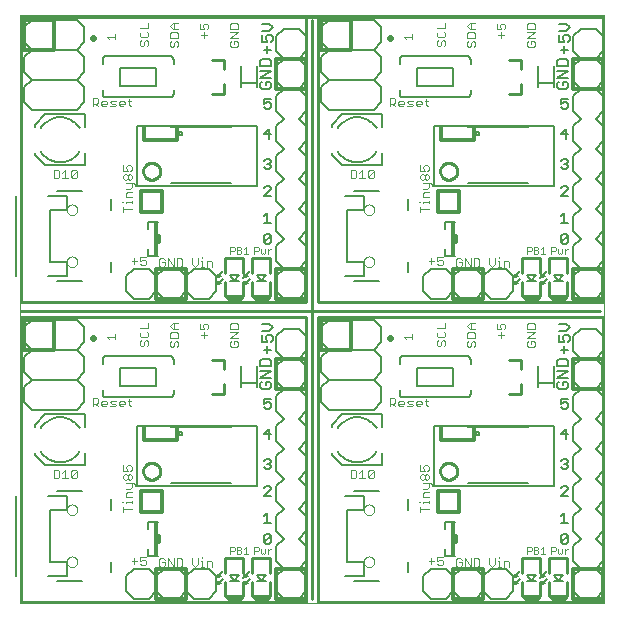
<source format=gto>
G75*
%MOIN*%
%OFA0B0*%
%FSLAX24Y24*%
%IPPOS*%
%LPD*%
%AMOC8*
5,1,8,0,0,1.08239X$1,22.5*
%
%ADD10C,0.0100*%
%ADD11C,0.0040*%
%ADD12C,0.0050*%
%ADD13C,0.0030*%
%ADD14C,0.0120*%
%ADD15C,0.0000*%
%ADD16C,0.0080*%
%ADD17C,0.0060*%
%ADD18C,0.0220*%
D10*
X000828Y000150D02*
X010320Y000150D01*
X010320Y009627D01*
X000828Y009627D01*
X000828Y000150D01*
X004900Y004500D02*
X004902Y004533D01*
X004908Y004566D01*
X004918Y004599D01*
X004931Y004629D01*
X004948Y004658D01*
X004969Y004685D01*
X004992Y004709D01*
X005018Y004730D01*
X005046Y004748D01*
X005077Y004762D01*
X005108Y004773D01*
X005141Y004780D01*
X005175Y004783D01*
X005208Y004782D01*
X005241Y004777D01*
X005274Y004768D01*
X005305Y004755D01*
X005334Y004739D01*
X005361Y004720D01*
X005386Y004697D01*
X005408Y004672D01*
X005427Y004644D01*
X005442Y004614D01*
X005454Y004583D01*
X005462Y004550D01*
X005466Y004517D01*
X005466Y004483D01*
X005462Y004450D01*
X005454Y004417D01*
X005442Y004386D01*
X005427Y004356D01*
X005408Y004328D01*
X005386Y004303D01*
X005361Y004280D01*
X005334Y004261D01*
X005305Y004245D01*
X005274Y004232D01*
X005241Y004223D01*
X005208Y004218D01*
X005175Y004217D01*
X005141Y004220D01*
X005108Y004227D01*
X005077Y004238D01*
X005046Y004252D01*
X005018Y004270D01*
X004992Y004291D01*
X004969Y004315D01*
X004948Y004342D01*
X004931Y004371D01*
X004918Y004401D01*
X004908Y004434D01*
X004902Y004467D01*
X004900Y004500D01*
X007203Y007092D02*
X007588Y007092D01*
X007588Y007403D01*
X007588Y007910D02*
X007588Y008212D01*
X007203Y008212D01*
X007728Y010252D02*
X008128Y010252D01*
X008178Y010302D01*
X008228Y010352D01*
X007628Y010352D01*
X007678Y010302D01*
X007728Y010252D01*
X007678Y010302D02*
X008178Y010302D01*
X008228Y010352D02*
X008228Y010802D01*
X008528Y010802D02*
X008528Y010352D01*
X009128Y010352D01*
X009128Y010802D01*
X009128Y011102D02*
X009128Y011602D01*
X008528Y011602D01*
X008528Y011102D01*
X008228Y011102D02*
X008228Y011602D01*
X007628Y011602D01*
X007628Y011102D01*
X007628Y010802D02*
X007628Y010352D01*
X008528Y010352D02*
X008578Y010302D01*
X008628Y010252D01*
X009028Y010252D01*
X009078Y010302D01*
X009128Y010352D01*
X009078Y010302D02*
X008578Y010302D01*
X010320Y010150D02*
X010320Y019627D01*
X000828Y019627D01*
X000828Y010150D01*
X010320Y010150D01*
X010728Y010150D02*
X020220Y010150D01*
X020220Y019627D01*
X010728Y019627D01*
X010728Y010150D01*
X010728Y009627D02*
X020220Y009627D01*
X020220Y000150D01*
X010728Y000150D01*
X010728Y009627D01*
X014800Y014500D02*
X014802Y014533D01*
X014808Y014566D01*
X014818Y014599D01*
X014831Y014629D01*
X014848Y014658D01*
X014869Y014685D01*
X014892Y014709D01*
X014918Y014730D01*
X014946Y014748D01*
X014977Y014762D01*
X015008Y014773D01*
X015041Y014780D01*
X015075Y014783D01*
X015108Y014782D01*
X015141Y014777D01*
X015174Y014768D01*
X015205Y014755D01*
X015234Y014739D01*
X015261Y014720D01*
X015286Y014697D01*
X015308Y014672D01*
X015327Y014644D01*
X015342Y014614D01*
X015354Y014583D01*
X015362Y014550D01*
X015366Y014517D01*
X015366Y014483D01*
X015362Y014450D01*
X015354Y014417D01*
X015342Y014386D01*
X015327Y014356D01*
X015308Y014328D01*
X015286Y014303D01*
X015261Y014280D01*
X015234Y014261D01*
X015205Y014245D01*
X015174Y014232D01*
X015141Y014223D01*
X015108Y014218D01*
X015075Y014217D01*
X015041Y014220D01*
X015008Y014227D01*
X014977Y014238D01*
X014946Y014252D01*
X014918Y014270D01*
X014892Y014291D01*
X014869Y014315D01*
X014848Y014342D01*
X014831Y014371D01*
X014818Y014401D01*
X014808Y014434D01*
X014802Y014467D01*
X014800Y014500D01*
X017103Y017092D02*
X017488Y017092D01*
X017488Y017403D01*
X017488Y017910D02*
X017488Y018212D01*
X017103Y018212D01*
X017528Y011602D02*
X017528Y011102D01*
X017528Y010802D02*
X017528Y010352D01*
X018128Y010352D01*
X018128Y010802D01*
X018128Y011102D02*
X018128Y011602D01*
X017528Y011602D01*
X018428Y011602D02*
X018428Y011102D01*
X018428Y010802D02*
X018428Y010352D01*
X019028Y010352D01*
X019028Y010802D01*
X019028Y011102D02*
X019028Y011602D01*
X018428Y011602D01*
X018428Y010352D02*
X018478Y010302D01*
X018528Y010252D01*
X018928Y010252D01*
X018978Y010302D01*
X019028Y010352D01*
X018978Y010302D02*
X018478Y010302D01*
X018128Y010352D02*
X018078Y010302D01*
X018028Y010252D01*
X017628Y010252D01*
X017578Y010302D01*
X017528Y010352D01*
X017578Y010302D02*
X018078Y010302D01*
X017488Y008212D02*
X017103Y008212D01*
X017488Y008212D02*
X017488Y007910D01*
X017488Y007403D02*
X017488Y007092D01*
X017103Y007092D01*
X014800Y004500D02*
X014802Y004533D01*
X014808Y004566D01*
X014818Y004599D01*
X014831Y004629D01*
X014848Y004658D01*
X014869Y004685D01*
X014892Y004709D01*
X014918Y004730D01*
X014946Y004748D01*
X014977Y004762D01*
X015008Y004773D01*
X015041Y004780D01*
X015075Y004783D01*
X015108Y004782D01*
X015141Y004777D01*
X015174Y004768D01*
X015205Y004755D01*
X015234Y004739D01*
X015261Y004720D01*
X015286Y004697D01*
X015308Y004672D01*
X015327Y004644D01*
X015342Y004614D01*
X015354Y004583D01*
X015362Y004550D01*
X015366Y004517D01*
X015366Y004483D01*
X015362Y004450D01*
X015354Y004417D01*
X015342Y004386D01*
X015327Y004356D01*
X015308Y004328D01*
X015286Y004303D01*
X015261Y004280D01*
X015234Y004261D01*
X015205Y004245D01*
X015174Y004232D01*
X015141Y004223D01*
X015108Y004218D01*
X015075Y004217D01*
X015041Y004220D01*
X015008Y004227D01*
X014977Y004238D01*
X014946Y004252D01*
X014918Y004270D01*
X014892Y004291D01*
X014869Y004315D01*
X014848Y004342D01*
X014831Y004371D01*
X014818Y004401D01*
X014808Y004434D01*
X014802Y004467D01*
X014800Y004500D01*
X017528Y001602D02*
X017528Y001102D01*
X017528Y000802D02*
X017528Y000352D01*
X018128Y000352D01*
X018128Y000802D01*
X018128Y001102D02*
X018128Y001602D01*
X017528Y001602D01*
X018428Y001602D02*
X018428Y001102D01*
X018428Y000802D02*
X018428Y000352D01*
X019028Y000352D01*
X019028Y000802D01*
X019028Y001102D02*
X019028Y001602D01*
X018428Y001602D01*
X018428Y000352D02*
X018478Y000302D01*
X018528Y000252D01*
X018928Y000252D01*
X018978Y000302D01*
X019028Y000352D01*
X018978Y000302D02*
X018478Y000302D01*
X018128Y000352D02*
X018078Y000302D01*
X018028Y000252D01*
X017628Y000252D01*
X017578Y000302D01*
X017528Y000352D01*
X017578Y000302D02*
X018078Y000302D01*
X010528Y000252D02*
X010528Y019552D01*
X010328Y019652D02*
X010728Y019652D01*
X007588Y018212D02*
X007588Y017910D01*
X007588Y018212D02*
X007203Y018212D01*
X007588Y017403D02*
X007588Y017092D01*
X007203Y017092D01*
X004900Y014500D02*
X004902Y014533D01*
X004908Y014566D01*
X004918Y014599D01*
X004931Y014629D01*
X004948Y014658D01*
X004969Y014685D01*
X004992Y014709D01*
X005018Y014730D01*
X005046Y014748D01*
X005077Y014762D01*
X005108Y014773D01*
X005141Y014780D01*
X005175Y014783D01*
X005208Y014782D01*
X005241Y014777D01*
X005274Y014768D01*
X005305Y014755D01*
X005334Y014739D01*
X005361Y014720D01*
X005386Y014697D01*
X005408Y014672D01*
X005427Y014644D01*
X005442Y014614D01*
X005454Y014583D01*
X005462Y014550D01*
X005466Y014517D01*
X005466Y014483D01*
X005462Y014450D01*
X005454Y014417D01*
X005442Y014386D01*
X005427Y014356D01*
X005408Y014328D01*
X005386Y014303D01*
X005361Y014280D01*
X005334Y014261D01*
X005305Y014245D01*
X005274Y014232D01*
X005241Y014223D01*
X005208Y014218D01*
X005175Y014217D01*
X005141Y014220D01*
X005108Y014227D01*
X005077Y014238D01*
X005046Y014252D01*
X005018Y014270D01*
X004992Y014291D01*
X004969Y014315D01*
X004948Y014342D01*
X004931Y014371D01*
X004918Y014401D01*
X004908Y014434D01*
X004902Y014467D01*
X004900Y014500D01*
X000828Y009852D02*
X020128Y009852D01*
X009128Y001602D02*
X009128Y001102D01*
X009128Y000802D02*
X009128Y000352D01*
X008528Y000352D01*
X008578Y000302D01*
X008628Y000252D01*
X009028Y000252D01*
X009078Y000302D01*
X009128Y000352D01*
X009078Y000302D02*
X008578Y000302D01*
X008528Y000352D02*
X008528Y000802D01*
X008528Y001102D02*
X008528Y001602D01*
X009128Y001602D01*
X008228Y001602D02*
X008228Y001102D01*
X008228Y000802D02*
X008228Y000352D01*
X007628Y000352D01*
X007678Y000302D01*
X007728Y000252D01*
X008128Y000252D01*
X008178Y000302D01*
X008228Y000352D01*
X008178Y000302D02*
X007678Y000302D01*
X007628Y000352D02*
X007628Y000802D01*
X007628Y001102D02*
X007628Y001602D01*
X008228Y001602D01*
D11*
X007205Y001462D02*
X007205Y001322D01*
X007205Y001462D02*
X007158Y001509D01*
X007018Y001509D01*
X007018Y001322D01*
X006915Y001322D02*
X006822Y001322D01*
X006869Y001322D02*
X006869Y001509D01*
X006822Y001509D01*
X006869Y001602D02*
X006869Y001649D01*
X006714Y001602D02*
X006714Y001415D01*
X006621Y001322D01*
X006527Y001415D01*
X006527Y001602D01*
X006203Y001556D02*
X006157Y001602D01*
X006016Y001602D01*
X006016Y001322D01*
X006157Y001322D01*
X006203Y001369D01*
X006203Y001556D01*
X005909Y001602D02*
X005909Y001322D01*
X005722Y001602D01*
X005722Y001322D01*
X005614Y001369D02*
X005614Y001462D01*
X005521Y001462D01*
X005614Y001369D02*
X005567Y001322D01*
X005474Y001322D01*
X005427Y001369D01*
X005427Y001556D01*
X005474Y001602D01*
X005567Y001602D01*
X005614Y001556D01*
X004995Y001502D02*
X004995Y001409D01*
X004948Y001362D01*
X004854Y001362D01*
X004808Y001409D01*
X004808Y001502D02*
X004901Y001549D01*
X004948Y001549D01*
X004995Y001502D01*
X004995Y001642D02*
X004808Y001642D01*
X004808Y001502D01*
X004700Y001502D02*
X004513Y001502D01*
X004607Y001596D02*
X004607Y001409D01*
X004237Y003137D02*
X004237Y003324D01*
X004237Y003231D02*
X004517Y003231D01*
X004517Y003432D02*
X004517Y003525D01*
X004517Y003478D02*
X004330Y003478D01*
X004330Y003432D01*
X004237Y003478D02*
X004190Y003478D01*
X004330Y003628D02*
X004330Y003768D01*
X004377Y003815D01*
X004517Y003815D01*
X004470Y003923D02*
X004517Y003970D01*
X004517Y004110D01*
X004564Y004110D02*
X004610Y004063D01*
X004610Y004016D01*
X004564Y004110D02*
X004330Y004110D01*
X004330Y004218D02*
X004283Y004218D01*
X004237Y004264D01*
X004237Y004358D01*
X004283Y004404D01*
X004330Y004404D01*
X004377Y004358D01*
X004377Y004264D01*
X004330Y004218D01*
X004377Y004264D02*
X004424Y004218D01*
X004470Y004218D01*
X004517Y004264D01*
X004517Y004358D01*
X004470Y004404D01*
X004424Y004404D01*
X004377Y004358D01*
X004377Y004512D02*
X004237Y004512D01*
X004237Y004699D01*
X004330Y004652D02*
X004377Y004699D01*
X004470Y004699D01*
X004517Y004652D01*
X004517Y004559D01*
X004470Y004512D01*
X004377Y004512D02*
X004330Y004606D01*
X004330Y004652D01*
X004330Y003923D02*
X004470Y003923D01*
X004517Y003628D02*
X004330Y003628D01*
X002689Y004309D02*
X002643Y004262D01*
X002549Y004262D01*
X002502Y004309D01*
X002689Y004496D01*
X002689Y004309D01*
X002502Y004309D02*
X002502Y004496D01*
X002549Y004542D01*
X002643Y004542D01*
X002689Y004496D01*
X002395Y004262D02*
X002208Y004262D01*
X002301Y004262D02*
X002301Y004542D01*
X002208Y004449D01*
X002100Y004496D02*
X002100Y004309D01*
X002053Y004262D01*
X001913Y004262D01*
X001913Y004542D01*
X002053Y004542D01*
X002100Y004496D01*
X003213Y006662D02*
X003213Y006942D01*
X003353Y006942D01*
X003400Y006896D01*
X003400Y006802D01*
X003353Y006756D01*
X003213Y006756D01*
X003307Y006756D02*
X003400Y006662D01*
X003508Y006709D02*
X003508Y006802D01*
X003554Y006849D01*
X003648Y006849D01*
X003695Y006802D01*
X003695Y006756D01*
X003508Y006756D01*
X003508Y006709D02*
X003554Y006662D01*
X003648Y006662D01*
X003802Y006662D02*
X003943Y006662D01*
X003989Y006709D01*
X003943Y006756D01*
X003849Y006756D01*
X003802Y006802D01*
X003849Y006849D01*
X003989Y006849D01*
X004097Y006802D02*
X004097Y006709D01*
X004144Y006662D01*
X004237Y006662D01*
X004284Y006756D02*
X004097Y006756D01*
X004097Y006802D02*
X004144Y006849D01*
X004237Y006849D01*
X004284Y006802D01*
X004284Y006756D01*
X004392Y006849D02*
X004485Y006849D01*
X004438Y006896D02*
X004438Y006709D01*
X004485Y006662D01*
X004837Y008676D02*
X004884Y008676D01*
X004930Y008723D01*
X004930Y008816D01*
X004977Y008863D01*
X005024Y008863D01*
X005071Y008816D01*
X005071Y008723D01*
X005024Y008676D01*
X004837Y008676D02*
X004790Y008723D01*
X004790Y008816D01*
X004837Y008863D01*
X004837Y008971D02*
X005024Y008971D01*
X005071Y009018D01*
X005071Y009111D01*
X005024Y009158D01*
X005071Y009266D02*
X004790Y009266D01*
X004837Y009158D02*
X004790Y009111D01*
X004790Y009018D01*
X004837Y008971D01*
X005071Y009266D02*
X005071Y009452D01*
X005790Y009334D02*
X005884Y009427D01*
X006071Y009427D01*
X005930Y009427D02*
X005930Y009241D01*
X005884Y009241D02*
X006071Y009241D01*
X006024Y009133D02*
X005837Y009133D01*
X005790Y009086D01*
X005790Y008946D01*
X006071Y008946D01*
X006071Y009086D01*
X006024Y009133D01*
X005884Y009241D02*
X005790Y009334D01*
X005837Y008838D02*
X005790Y008791D01*
X005790Y008698D01*
X005837Y008651D01*
X005884Y008651D01*
X005930Y008698D01*
X005930Y008791D01*
X005977Y008838D01*
X006024Y008838D01*
X006071Y008791D01*
X006071Y008698D01*
X006024Y008651D01*
X006837Y009032D02*
X007024Y009032D01*
X006930Y008939D02*
X006930Y009126D01*
X006930Y009233D02*
X006884Y009327D01*
X006884Y009373D01*
X006930Y009420D01*
X007024Y009420D01*
X007071Y009373D01*
X007071Y009280D01*
X007024Y009233D01*
X006930Y009233D02*
X006790Y009233D01*
X006790Y009420D01*
X007790Y009381D02*
X007790Y009241D01*
X008071Y009241D01*
X008071Y009381D01*
X008024Y009427D01*
X007837Y009427D01*
X007790Y009381D01*
X007790Y009133D02*
X008071Y009133D01*
X007790Y008946D01*
X008071Y008946D01*
X008024Y008838D02*
X007930Y008838D01*
X007930Y008745D01*
X007837Y008838D02*
X007790Y008791D01*
X007790Y008698D01*
X007837Y008651D01*
X008024Y008651D01*
X008071Y008698D01*
X008071Y008791D01*
X008024Y008838D01*
X007205Y011322D02*
X007205Y011462D01*
X007158Y011509D01*
X007018Y011509D01*
X007018Y011322D01*
X006915Y011322D02*
X006822Y011322D01*
X006869Y011322D02*
X006869Y011509D01*
X006822Y011509D01*
X006869Y011602D02*
X006869Y011649D01*
X006714Y011602D02*
X006714Y011415D01*
X006621Y011322D01*
X006527Y011415D01*
X006527Y011602D01*
X006203Y011556D02*
X006203Y011369D01*
X006157Y011322D01*
X006016Y011322D01*
X006016Y011602D01*
X006157Y011602D01*
X006203Y011556D01*
X005909Y011602D02*
X005909Y011322D01*
X005722Y011602D01*
X005722Y011322D01*
X005614Y011369D02*
X005614Y011462D01*
X005521Y011462D01*
X005614Y011369D02*
X005567Y011322D01*
X005474Y011322D01*
X005427Y011369D01*
X005427Y011556D01*
X005474Y011602D01*
X005567Y011602D01*
X005614Y011556D01*
X004995Y011502D02*
X004995Y011409D01*
X004948Y011362D01*
X004854Y011362D01*
X004808Y011409D01*
X004808Y011502D02*
X004901Y011549D01*
X004948Y011549D01*
X004995Y011502D01*
X004995Y011642D02*
X004808Y011642D01*
X004808Y011502D01*
X004700Y011502D02*
X004513Y011502D01*
X004607Y011596D02*
X004607Y011409D01*
X004237Y013137D02*
X004237Y013324D01*
X004237Y013231D02*
X004517Y013231D01*
X004517Y013432D02*
X004517Y013525D01*
X004517Y013478D02*
X004330Y013478D01*
X004330Y013432D01*
X004237Y013478D02*
X004190Y013478D01*
X004330Y013628D02*
X004330Y013768D01*
X004377Y013815D01*
X004517Y013815D01*
X004470Y013923D02*
X004517Y013970D01*
X004517Y014110D01*
X004564Y014110D02*
X004610Y014063D01*
X004610Y014016D01*
X004564Y014110D02*
X004330Y014110D01*
X004330Y014218D02*
X004283Y014218D01*
X004237Y014264D01*
X004237Y014358D01*
X004283Y014404D01*
X004330Y014404D01*
X004377Y014358D01*
X004377Y014264D01*
X004330Y014218D01*
X004377Y014264D02*
X004424Y014218D01*
X004470Y014218D01*
X004517Y014264D01*
X004517Y014358D01*
X004470Y014404D01*
X004424Y014404D01*
X004377Y014358D01*
X004377Y014512D02*
X004330Y014606D01*
X004330Y014652D01*
X004377Y014699D01*
X004470Y014699D01*
X004517Y014652D01*
X004517Y014559D01*
X004470Y014512D01*
X004377Y014512D02*
X004237Y014512D01*
X004237Y014699D01*
X004330Y013923D02*
X004470Y013923D01*
X004517Y013628D02*
X004330Y013628D01*
X002689Y014309D02*
X002643Y014262D01*
X002549Y014262D01*
X002502Y014309D01*
X002689Y014496D01*
X002689Y014309D01*
X002502Y014309D02*
X002502Y014496D01*
X002549Y014542D01*
X002643Y014542D01*
X002689Y014496D01*
X002395Y014262D02*
X002208Y014262D01*
X002301Y014262D02*
X002301Y014542D01*
X002208Y014449D01*
X002100Y014496D02*
X002053Y014542D01*
X001913Y014542D01*
X001913Y014262D01*
X002053Y014262D01*
X002100Y014309D01*
X002100Y014496D01*
X003213Y016662D02*
X003213Y016942D01*
X003353Y016942D01*
X003400Y016896D01*
X003400Y016802D01*
X003353Y016756D01*
X003213Y016756D01*
X003307Y016756D02*
X003400Y016662D01*
X003508Y016709D02*
X003508Y016802D01*
X003554Y016849D01*
X003648Y016849D01*
X003695Y016802D01*
X003695Y016756D01*
X003508Y016756D01*
X003508Y016709D02*
X003554Y016662D01*
X003648Y016662D01*
X003802Y016662D02*
X003943Y016662D01*
X003989Y016709D01*
X003943Y016756D01*
X003849Y016756D01*
X003802Y016802D01*
X003849Y016849D01*
X003989Y016849D01*
X004097Y016802D02*
X004144Y016849D01*
X004237Y016849D01*
X004284Y016802D01*
X004284Y016756D01*
X004097Y016756D01*
X004097Y016802D02*
X004097Y016709D01*
X004144Y016662D01*
X004237Y016662D01*
X004438Y016709D02*
X004438Y016896D01*
X004392Y016849D02*
X004485Y016849D01*
X004438Y016709D02*
X004485Y016662D01*
X004837Y018676D02*
X004884Y018676D01*
X004930Y018723D01*
X004930Y018816D01*
X004977Y018863D01*
X005024Y018863D01*
X005071Y018816D01*
X005071Y018723D01*
X005024Y018676D01*
X004837Y018676D02*
X004790Y018723D01*
X004790Y018816D01*
X004837Y018863D01*
X004837Y018971D02*
X005024Y018971D01*
X005071Y019018D01*
X005071Y019111D01*
X005024Y019158D01*
X005071Y019266D02*
X005071Y019452D01*
X005071Y019266D02*
X004790Y019266D01*
X004837Y019158D02*
X004790Y019111D01*
X004790Y019018D01*
X004837Y018971D01*
X003960Y018987D02*
X003680Y018987D01*
X003773Y018894D01*
X003960Y018894D02*
X003960Y019080D01*
X005790Y019086D02*
X005790Y018946D01*
X006071Y018946D01*
X006071Y019086D01*
X006024Y019133D01*
X005837Y019133D01*
X005790Y019086D01*
X005884Y019241D02*
X005790Y019334D01*
X005884Y019427D01*
X006071Y019427D01*
X005930Y019427D02*
X005930Y019241D01*
X005884Y019241D02*
X006071Y019241D01*
X006024Y018838D02*
X006071Y018791D01*
X006071Y018698D01*
X006024Y018651D01*
X005930Y018698D02*
X005930Y018791D01*
X005977Y018838D01*
X006024Y018838D01*
X005930Y018698D02*
X005884Y018651D01*
X005837Y018651D01*
X005790Y018698D01*
X005790Y018791D01*
X005837Y018838D01*
X006837Y019032D02*
X007024Y019032D01*
X006930Y018939D02*
X006930Y019126D01*
X006930Y019233D02*
X006884Y019327D01*
X006884Y019373D01*
X006930Y019420D01*
X007024Y019420D01*
X007071Y019373D01*
X007071Y019280D01*
X007024Y019233D01*
X006930Y019233D02*
X006790Y019233D01*
X006790Y019420D01*
X007790Y019381D02*
X007790Y019241D01*
X008071Y019241D01*
X008071Y019381D01*
X008024Y019427D01*
X007837Y019427D01*
X007790Y019381D01*
X007790Y019133D02*
X008071Y019133D01*
X007790Y018946D01*
X008071Y018946D01*
X008024Y018838D02*
X007930Y018838D01*
X007930Y018745D01*
X007837Y018838D02*
X007790Y018791D01*
X007790Y018698D01*
X007837Y018651D01*
X008024Y018651D01*
X008071Y018698D01*
X008071Y018791D01*
X008024Y018838D01*
X011813Y014542D02*
X011953Y014542D01*
X012000Y014496D01*
X012000Y014309D01*
X011953Y014262D01*
X011813Y014262D01*
X011813Y014542D01*
X012108Y014449D02*
X012201Y014542D01*
X012201Y014262D01*
X012108Y014262D02*
X012295Y014262D01*
X012402Y014309D02*
X012589Y014496D01*
X012589Y014309D01*
X012543Y014262D01*
X012449Y014262D01*
X012402Y014309D01*
X012402Y014496D01*
X012449Y014542D01*
X012543Y014542D01*
X012589Y014496D01*
X014137Y014512D02*
X014277Y014512D01*
X014230Y014606D01*
X014230Y014652D01*
X014277Y014699D01*
X014370Y014699D01*
X014417Y014652D01*
X014417Y014559D01*
X014370Y014512D01*
X014370Y014404D02*
X014417Y014358D01*
X014417Y014264D01*
X014370Y014218D01*
X014324Y014218D01*
X014277Y014264D01*
X014277Y014358D01*
X014324Y014404D01*
X014370Y014404D01*
X014277Y014358D02*
X014230Y014404D01*
X014183Y014404D01*
X014137Y014358D01*
X014137Y014264D01*
X014183Y014218D01*
X014230Y014218D01*
X014277Y014264D01*
X014230Y014110D02*
X014464Y014110D01*
X014510Y014063D01*
X014510Y014016D01*
X014417Y013970D02*
X014417Y014110D01*
X014417Y013970D02*
X014370Y013923D01*
X014230Y013923D01*
X014277Y013815D02*
X014230Y013768D01*
X014230Y013628D01*
X014417Y013628D01*
X014417Y013525D02*
X014417Y013432D01*
X014417Y013478D02*
X014230Y013478D01*
X014230Y013432D01*
X014137Y013478D02*
X014090Y013478D01*
X014137Y013324D02*
X014137Y013137D01*
X014137Y013231D02*
X014417Y013231D01*
X014417Y013815D02*
X014277Y013815D01*
X014137Y014512D02*
X014137Y014699D01*
X014137Y016662D02*
X014044Y016662D01*
X013997Y016709D01*
X013997Y016802D01*
X014044Y016849D01*
X014137Y016849D01*
X014184Y016802D01*
X014184Y016756D01*
X013997Y016756D01*
X013889Y016709D02*
X013843Y016756D01*
X013749Y016756D01*
X013702Y016802D01*
X013749Y016849D01*
X013889Y016849D01*
X013889Y016709D02*
X013843Y016662D01*
X013702Y016662D01*
X013595Y016756D02*
X013408Y016756D01*
X013408Y016802D02*
X013454Y016849D01*
X013548Y016849D01*
X013595Y016802D01*
X013595Y016756D01*
X013548Y016662D02*
X013454Y016662D01*
X013408Y016709D01*
X013408Y016802D01*
X013300Y016802D02*
X013253Y016756D01*
X013113Y016756D01*
X013207Y016756D02*
X013300Y016662D01*
X013300Y016802D02*
X013300Y016896D01*
X013253Y016942D01*
X013113Y016942D01*
X013113Y016662D01*
X014292Y016849D02*
X014385Y016849D01*
X014338Y016896D02*
X014338Y016709D01*
X014385Y016662D01*
X014737Y018676D02*
X014784Y018676D01*
X014830Y018723D01*
X014830Y018816D01*
X014877Y018863D01*
X014924Y018863D01*
X014971Y018816D01*
X014971Y018723D01*
X014924Y018676D01*
X014737Y018676D02*
X014690Y018723D01*
X014690Y018816D01*
X014737Y018863D01*
X014737Y018971D02*
X014924Y018971D01*
X014971Y019018D01*
X014971Y019111D01*
X014924Y019158D01*
X014971Y019266D02*
X014971Y019452D01*
X014971Y019266D02*
X014690Y019266D01*
X014737Y019158D02*
X014690Y019111D01*
X014690Y019018D01*
X014737Y018971D01*
X015690Y018946D02*
X015690Y019086D01*
X015737Y019133D01*
X015924Y019133D01*
X015971Y019086D01*
X015971Y018946D01*
X015690Y018946D01*
X015737Y018838D02*
X015690Y018791D01*
X015690Y018698D01*
X015737Y018651D01*
X015784Y018651D01*
X015830Y018698D01*
X015830Y018791D01*
X015877Y018838D01*
X015924Y018838D01*
X015971Y018791D01*
X015971Y018698D01*
X015924Y018651D01*
X015971Y019241D02*
X015784Y019241D01*
X015690Y019334D01*
X015784Y019427D01*
X015971Y019427D01*
X015830Y019427D02*
X015830Y019241D01*
X016690Y019233D02*
X016830Y019233D01*
X016784Y019327D01*
X016784Y019373D01*
X016830Y019420D01*
X016924Y019420D01*
X016971Y019373D01*
X016971Y019280D01*
X016924Y019233D01*
X016830Y019126D02*
X016830Y018939D01*
X016737Y019032D02*
X016924Y019032D01*
X016690Y019233D02*
X016690Y019420D01*
X017690Y019381D02*
X017690Y019241D01*
X017971Y019241D01*
X017971Y019381D01*
X017924Y019427D01*
X017737Y019427D01*
X017690Y019381D01*
X017690Y019133D02*
X017971Y019133D01*
X017690Y018946D01*
X017971Y018946D01*
X017924Y018838D02*
X017830Y018838D01*
X017830Y018745D01*
X017737Y018838D02*
X017690Y018791D01*
X017690Y018698D01*
X017737Y018651D01*
X017924Y018651D01*
X017971Y018698D01*
X017971Y018791D01*
X017924Y018838D01*
X013860Y018894D02*
X013860Y019080D01*
X013860Y018987D02*
X013580Y018987D01*
X013673Y018894D01*
X014708Y011642D02*
X014708Y011502D01*
X014801Y011549D01*
X014848Y011549D01*
X014895Y011502D01*
X014895Y011409D01*
X014848Y011362D01*
X014754Y011362D01*
X014708Y011409D01*
X014600Y011502D02*
X014413Y011502D01*
X014507Y011596D02*
X014507Y011409D01*
X014708Y011642D02*
X014895Y011642D01*
X015327Y011556D02*
X015327Y011369D01*
X015374Y011322D01*
X015467Y011322D01*
X015514Y011369D01*
X015514Y011462D01*
X015421Y011462D01*
X015514Y011556D02*
X015467Y011602D01*
X015374Y011602D01*
X015327Y011556D01*
X015622Y011602D02*
X015622Y011322D01*
X015809Y011322D02*
X015622Y011602D01*
X015809Y011602D02*
X015809Y011322D01*
X015916Y011322D02*
X015916Y011602D01*
X016057Y011602D01*
X016103Y011556D01*
X016103Y011369D01*
X016057Y011322D01*
X015916Y011322D01*
X016427Y011415D02*
X016521Y011322D01*
X016614Y011415D01*
X016614Y011602D01*
X016722Y011509D02*
X016769Y011509D01*
X016769Y011322D01*
X016815Y011322D02*
X016722Y011322D01*
X016918Y011322D02*
X016918Y011509D01*
X017058Y011509D01*
X017105Y011462D01*
X017105Y011322D01*
X016769Y011602D02*
X016769Y011649D01*
X016427Y011602D02*
X016427Y011415D01*
X016690Y009420D02*
X016690Y009233D01*
X016830Y009233D01*
X016784Y009327D01*
X016784Y009373D01*
X016830Y009420D01*
X016924Y009420D01*
X016971Y009373D01*
X016971Y009280D01*
X016924Y009233D01*
X016830Y009126D02*
X016830Y008939D01*
X016737Y009032D02*
X016924Y009032D01*
X017690Y008946D02*
X017971Y009133D01*
X017690Y009133D01*
X017690Y009241D02*
X017690Y009381D01*
X017737Y009427D01*
X017924Y009427D01*
X017971Y009381D01*
X017971Y009241D01*
X017690Y009241D01*
X017690Y008946D02*
X017971Y008946D01*
X017924Y008838D02*
X017971Y008791D01*
X017971Y008698D01*
X017924Y008651D01*
X017737Y008651D01*
X017690Y008698D01*
X017690Y008791D01*
X017737Y008838D01*
X017830Y008838D02*
X017830Y008745D01*
X017830Y008838D02*
X017924Y008838D01*
X015971Y008791D02*
X015971Y008698D01*
X015924Y008651D01*
X015830Y008698D02*
X015830Y008791D01*
X015877Y008838D01*
X015924Y008838D01*
X015971Y008791D01*
X015971Y008946D02*
X015971Y009086D01*
X015924Y009133D01*
X015737Y009133D01*
X015690Y009086D01*
X015690Y008946D01*
X015971Y008946D01*
X015737Y008838D02*
X015690Y008791D01*
X015690Y008698D01*
X015737Y008651D01*
X015784Y008651D01*
X015830Y008698D01*
X015830Y009241D02*
X015830Y009427D01*
X015784Y009427D02*
X015971Y009427D01*
X015971Y009241D02*
X015784Y009241D01*
X015690Y009334D01*
X015784Y009427D01*
X014971Y009452D02*
X014971Y009266D01*
X014690Y009266D01*
X014737Y009158D02*
X014690Y009111D01*
X014690Y009018D01*
X014737Y008971D01*
X014924Y008971D01*
X014971Y009018D01*
X014971Y009111D01*
X014924Y009158D01*
X014924Y008863D02*
X014877Y008863D01*
X014830Y008816D01*
X014830Y008723D01*
X014784Y008676D01*
X014737Y008676D01*
X014690Y008723D01*
X014690Y008816D01*
X014737Y008863D01*
X014924Y008863D02*
X014971Y008816D01*
X014971Y008723D01*
X014924Y008676D01*
X013860Y008894D02*
X013860Y009080D01*
X013860Y008987D02*
X013580Y008987D01*
X013673Y008894D01*
X013253Y006942D02*
X013113Y006942D01*
X013113Y006662D01*
X013113Y006756D02*
X013253Y006756D01*
X013300Y006802D01*
X013300Y006896D01*
X013253Y006942D01*
X013207Y006756D02*
X013300Y006662D01*
X013408Y006709D02*
X013408Y006802D01*
X013454Y006849D01*
X013548Y006849D01*
X013595Y006802D01*
X013595Y006756D01*
X013408Y006756D01*
X013408Y006709D02*
X013454Y006662D01*
X013548Y006662D01*
X013702Y006662D02*
X013843Y006662D01*
X013889Y006709D01*
X013843Y006756D01*
X013749Y006756D01*
X013702Y006802D01*
X013749Y006849D01*
X013889Y006849D01*
X013997Y006802D02*
X014044Y006849D01*
X014137Y006849D01*
X014184Y006802D01*
X014184Y006756D01*
X013997Y006756D01*
X013997Y006802D02*
X013997Y006709D01*
X014044Y006662D01*
X014137Y006662D01*
X014338Y006709D02*
X014338Y006896D01*
X014292Y006849D02*
X014385Y006849D01*
X014338Y006709D02*
X014385Y006662D01*
X014370Y004699D02*
X014417Y004652D01*
X014417Y004559D01*
X014370Y004512D01*
X014277Y004512D02*
X014230Y004606D01*
X014230Y004652D01*
X014277Y004699D01*
X014370Y004699D01*
X014277Y004512D02*
X014137Y004512D01*
X014137Y004699D01*
X014183Y004404D02*
X014230Y004404D01*
X014277Y004358D01*
X014277Y004264D01*
X014230Y004218D01*
X014183Y004218D01*
X014137Y004264D01*
X014137Y004358D01*
X014183Y004404D01*
X014277Y004358D02*
X014324Y004404D01*
X014370Y004404D01*
X014417Y004358D01*
X014417Y004264D01*
X014370Y004218D01*
X014324Y004218D01*
X014277Y004264D01*
X014230Y004110D02*
X014464Y004110D01*
X014510Y004063D01*
X014510Y004016D01*
X014417Y003970D02*
X014417Y004110D01*
X014417Y003970D02*
X014370Y003923D01*
X014230Y003923D01*
X014277Y003815D02*
X014230Y003768D01*
X014230Y003628D01*
X014417Y003628D01*
X014417Y003525D02*
X014417Y003432D01*
X014417Y003478D02*
X014230Y003478D01*
X014230Y003432D01*
X014137Y003478D02*
X014090Y003478D01*
X014137Y003324D02*
X014137Y003137D01*
X014137Y003231D02*
X014417Y003231D01*
X014417Y003815D02*
X014277Y003815D01*
X012589Y004309D02*
X012543Y004262D01*
X012449Y004262D01*
X012402Y004309D01*
X012589Y004496D01*
X012589Y004309D01*
X012402Y004309D02*
X012402Y004496D01*
X012449Y004542D01*
X012543Y004542D01*
X012589Y004496D01*
X012295Y004262D02*
X012108Y004262D01*
X012201Y004262D02*
X012201Y004542D01*
X012108Y004449D01*
X012000Y004496D02*
X011953Y004542D01*
X011813Y004542D01*
X011813Y004262D01*
X011953Y004262D01*
X012000Y004309D01*
X012000Y004496D01*
X014507Y001596D02*
X014507Y001409D01*
X014600Y001502D02*
X014413Y001502D01*
X014708Y001502D02*
X014801Y001549D01*
X014848Y001549D01*
X014895Y001502D01*
X014895Y001409D01*
X014848Y001362D01*
X014754Y001362D01*
X014708Y001409D01*
X014708Y001502D02*
X014708Y001642D01*
X014895Y001642D01*
X015327Y001556D02*
X015327Y001369D01*
X015374Y001322D01*
X015467Y001322D01*
X015514Y001369D01*
X015514Y001462D01*
X015421Y001462D01*
X015514Y001556D02*
X015467Y001602D01*
X015374Y001602D01*
X015327Y001556D01*
X015622Y001602D02*
X015622Y001322D01*
X015809Y001322D02*
X015809Y001602D01*
X015916Y001602D02*
X016057Y001602D01*
X016103Y001556D01*
X016103Y001369D01*
X016057Y001322D01*
X015916Y001322D01*
X015916Y001602D01*
X015622Y001602D02*
X015809Y001322D01*
X016427Y001415D02*
X016521Y001322D01*
X016614Y001415D01*
X016614Y001602D01*
X016722Y001509D02*
X016769Y001509D01*
X016769Y001322D01*
X016815Y001322D02*
X016722Y001322D01*
X016918Y001322D02*
X016918Y001509D01*
X017058Y001509D01*
X017105Y001462D01*
X017105Y001322D01*
X016769Y001602D02*
X016769Y001649D01*
X016427Y001602D02*
X016427Y001415D01*
X003960Y008894D02*
X003960Y009080D01*
X003960Y008987D02*
X003680Y008987D01*
X003773Y008894D01*
D12*
X003645Y008341D02*
X005810Y008341D01*
X005810Y008340D02*
X005827Y008339D01*
X005844Y008334D01*
X005859Y008327D01*
X005873Y008317D01*
X005885Y008305D01*
X005895Y008291D01*
X005902Y008276D01*
X005907Y008259D01*
X005908Y008242D01*
X005909Y008242D02*
X005909Y008085D01*
X005318Y007947D02*
X005318Y007356D01*
X004137Y007356D01*
X004137Y007947D01*
X005318Y007947D01*
X005909Y007219D02*
X005909Y007061D01*
X005904Y007041D01*
X005895Y007022D01*
X005884Y007005D01*
X005869Y006990D01*
X005852Y006978D01*
X005833Y006969D01*
X005813Y006963D01*
X005792Y006961D01*
X005771Y006963D01*
X003645Y006963D01*
X003628Y006964D01*
X003611Y006969D01*
X003596Y006976D01*
X003582Y006986D01*
X003570Y006998D01*
X003560Y007012D01*
X003553Y007027D01*
X003548Y007044D01*
X003547Y007061D01*
X003546Y007061D02*
X003546Y007219D01*
X003546Y008085D02*
X003546Y008242D01*
X003547Y008242D02*
X003548Y008259D01*
X003553Y008276D01*
X003560Y008291D01*
X003570Y008305D01*
X003582Y008317D01*
X003596Y008327D01*
X003611Y008334D01*
X003628Y008339D01*
X003645Y008340D01*
X008802Y008168D02*
X008802Y007993D01*
X009152Y007993D01*
X009152Y008168D01*
X009094Y008226D01*
X008860Y008226D01*
X008802Y008168D01*
X008802Y007858D02*
X009152Y007858D01*
X008802Y007625D01*
X009152Y007625D01*
X009094Y007490D02*
X008977Y007490D01*
X008977Y007373D01*
X009094Y007490D02*
X009152Y007431D01*
X009152Y007315D01*
X009094Y007256D01*
X008860Y007256D01*
X008802Y007315D01*
X008802Y007431D01*
X008860Y007490D01*
X008918Y006917D02*
X008918Y006742D01*
X009035Y006801D01*
X009093Y006801D01*
X009152Y006742D01*
X009152Y006626D01*
X009093Y006567D01*
X008976Y006567D01*
X008918Y006626D01*
X008918Y006917D02*
X009152Y006917D01*
X009093Y005917D02*
X008918Y005742D01*
X009152Y005742D01*
X009093Y005567D02*
X009093Y005917D01*
X009093Y004917D02*
X009152Y004859D01*
X009152Y004801D01*
X009093Y004742D01*
X009152Y004684D01*
X009152Y004626D01*
X009093Y004567D01*
X008976Y004567D01*
X008918Y004626D01*
X009035Y004742D02*
X009093Y004742D01*
X009093Y004917D02*
X008976Y004917D01*
X008918Y004859D01*
X008976Y004017D02*
X008918Y003959D01*
X008976Y004017D02*
X009093Y004017D01*
X009152Y003959D01*
X009152Y003901D01*
X008918Y003667D01*
X009152Y003667D01*
X009035Y003117D02*
X008918Y003001D01*
X009035Y003117D02*
X009035Y002767D01*
X008918Y002767D02*
X009152Y002767D01*
X009093Y002417D02*
X009152Y002359D01*
X008918Y002126D01*
X008976Y002067D01*
X009093Y002067D01*
X009152Y002126D01*
X009152Y002359D01*
X009093Y002417D02*
X008976Y002417D01*
X008918Y002359D01*
X008918Y002126D01*
X013446Y007061D02*
X013446Y007219D01*
X013447Y007061D02*
X013448Y007044D01*
X013453Y007027D01*
X013460Y007012D01*
X013470Y006998D01*
X013482Y006986D01*
X013496Y006976D01*
X013511Y006969D01*
X013528Y006964D01*
X013545Y006963D01*
X015671Y006963D01*
X015692Y006961D01*
X015713Y006963D01*
X015733Y006969D01*
X015752Y006978D01*
X015769Y006990D01*
X015784Y007005D01*
X015795Y007022D01*
X015804Y007041D01*
X015809Y007061D01*
X015809Y007219D01*
X015218Y007356D02*
X015218Y007947D01*
X014037Y007947D01*
X014037Y007356D01*
X015218Y007356D01*
X015809Y008085D02*
X015809Y008242D01*
X015808Y008242D02*
X015807Y008259D01*
X015802Y008276D01*
X015795Y008291D01*
X015785Y008305D01*
X015773Y008317D01*
X015759Y008327D01*
X015744Y008334D01*
X015727Y008339D01*
X015710Y008340D01*
X015710Y008341D02*
X013545Y008341D01*
X013545Y008340D02*
X013528Y008339D01*
X013511Y008334D01*
X013496Y008327D01*
X013482Y008317D01*
X013470Y008305D01*
X013460Y008291D01*
X013453Y008276D01*
X013448Y008259D01*
X013447Y008242D01*
X013446Y008242D02*
X013446Y008085D01*
X009212Y008869D02*
X009154Y008810D01*
X009212Y008869D02*
X009212Y008986D01*
X009154Y009044D01*
X009037Y009044D01*
X008978Y008986D01*
X008978Y008927D01*
X009037Y008810D01*
X008862Y008810D01*
X008862Y009044D01*
X008862Y009179D02*
X009095Y009179D01*
X009212Y009296D01*
X009095Y009412D01*
X008862Y009412D01*
X009037Y008676D02*
X009037Y008442D01*
X008920Y008559D02*
X009154Y008559D01*
X009093Y012067D02*
X008976Y012067D01*
X008918Y012126D01*
X009152Y012359D01*
X009152Y012126D01*
X009093Y012067D01*
X008918Y012126D02*
X008918Y012359D01*
X008976Y012417D01*
X009093Y012417D01*
X009152Y012359D01*
X009152Y012767D02*
X008918Y012767D01*
X009035Y012767D02*
X009035Y013117D01*
X008918Y013001D01*
X008918Y013667D02*
X009152Y013901D01*
X009152Y013959D01*
X009093Y014017D01*
X008976Y014017D01*
X008918Y013959D01*
X008918Y013667D02*
X009152Y013667D01*
X009093Y014567D02*
X008976Y014567D01*
X008918Y014626D01*
X009035Y014742D02*
X009093Y014742D01*
X009152Y014684D01*
X009152Y014626D01*
X009093Y014567D01*
X009093Y014742D02*
X009152Y014801D01*
X009152Y014859D01*
X009093Y014917D01*
X008976Y014917D01*
X008918Y014859D01*
X009093Y015567D02*
X009093Y015917D01*
X008918Y015742D01*
X009152Y015742D01*
X009093Y016567D02*
X008976Y016567D01*
X008918Y016626D01*
X008918Y016742D02*
X009035Y016801D01*
X009093Y016801D01*
X009152Y016742D01*
X009152Y016626D01*
X009093Y016567D01*
X008918Y016742D02*
X008918Y016917D01*
X009152Y016917D01*
X009094Y017256D02*
X008860Y017256D01*
X008802Y017315D01*
X008802Y017431D01*
X008860Y017490D01*
X008977Y017490D02*
X008977Y017373D01*
X008977Y017490D02*
X009094Y017490D01*
X009152Y017431D01*
X009152Y017315D01*
X009094Y017256D01*
X009152Y017625D02*
X008802Y017625D01*
X009152Y017858D01*
X008802Y017858D01*
X008802Y017993D02*
X008802Y018168D01*
X008860Y018226D01*
X009094Y018226D01*
X009152Y018168D01*
X009152Y017993D01*
X008802Y017993D01*
X009037Y018442D02*
X009037Y018676D01*
X009037Y018810D02*
X008978Y018927D01*
X008978Y018986D01*
X009037Y019044D01*
X009154Y019044D01*
X009212Y018986D01*
X009212Y018869D01*
X009154Y018810D01*
X009037Y018810D02*
X008862Y018810D01*
X008862Y019044D01*
X008862Y019179D02*
X009095Y019179D01*
X009212Y019296D01*
X009095Y019412D01*
X008862Y019412D01*
X008920Y018559D02*
X009154Y018559D01*
X005909Y018242D02*
X005909Y018085D01*
X005908Y018242D02*
X005907Y018259D01*
X005902Y018276D01*
X005895Y018291D01*
X005885Y018305D01*
X005873Y018317D01*
X005859Y018327D01*
X005844Y018334D01*
X005827Y018339D01*
X005810Y018340D01*
X005810Y018341D02*
X003645Y018341D01*
X003645Y018340D02*
X003628Y018339D01*
X003611Y018334D01*
X003596Y018327D01*
X003582Y018317D01*
X003570Y018305D01*
X003560Y018291D01*
X003553Y018276D01*
X003548Y018259D01*
X003547Y018242D01*
X003546Y018242D02*
X003546Y018085D01*
X004137Y017947D02*
X004137Y017356D01*
X005318Y017356D01*
X005318Y017947D01*
X004137Y017947D01*
X003546Y017219D02*
X003546Y017061D01*
X003547Y017061D02*
X003548Y017044D01*
X003553Y017027D01*
X003560Y017012D01*
X003570Y016998D01*
X003582Y016986D01*
X003596Y016976D01*
X003611Y016969D01*
X003628Y016964D01*
X003645Y016963D01*
X005771Y016963D01*
X005792Y016961D01*
X005813Y016963D01*
X005833Y016969D01*
X005852Y016978D01*
X005869Y016990D01*
X005884Y017005D01*
X005895Y017022D01*
X005904Y017041D01*
X005909Y017061D01*
X005909Y017219D01*
X013446Y017219D02*
X013446Y017061D01*
X013447Y017061D02*
X013448Y017044D01*
X013453Y017027D01*
X013460Y017012D01*
X013470Y016998D01*
X013482Y016986D01*
X013496Y016976D01*
X013511Y016969D01*
X013528Y016964D01*
X013545Y016963D01*
X015671Y016963D01*
X015692Y016961D01*
X015713Y016963D01*
X015733Y016969D01*
X015752Y016978D01*
X015769Y016990D01*
X015784Y017005D01*
X015795Y017022D01*
X015804Y017041D01*
X015809Y017061D01*
X015809Y017219D01*
X015218Y017356D02*
X015218Y017947D01*
X014037Y017947D01*
X014037Y017356D01*
X015218Y017356D01*
X015809Y018085D02*
X015809Y018242D01*
X015808Y018242D02*
X015807Y018259D01*
X015802Y018276D01*
X015795Y018291D01*
X015785Y018305D01*
X015773Y018317D01*
X015759Y018327D01*
X015744Y018334D01*
X015727Y018339D01*
X015710Y018340D01*
X015710Y018341D02*
X013545Y018341D01*
X013545Y018340D02*
X013528Y018339D01*
X013511Y018334D01*
X013496Y018327D01*
X013482Y018317D01*
X013470Y018305D01*
X013460Y018291D01*
X013453Y018276D01*
X013448Y018259D01*
X013447Y018242D01*
X013446Y018242D02*
X013446Y018085D01*
X018702Y018168D02*
X018702Y017993D01*
X019052Y017993D01*
X019052Y018168D01*
X018994Y018226D01*
X018760Y018226D01*
X018702Y018168D01*
X018937Y018442D02*
X018937Y018676D01*
X018937Y018810D02*
X018878Y018927D01*
X018878Y018986D01*
X018937Y019044D01*
X019054Y019044D01*
X019112Y018986D01*
X019112Y018869D01*
X019054Y018810D01*
X018937Y018810D02*
X018762Y018810D01*
X018762Y019044D01*
X018762Y019179D02*
X018995Y019179D01*
X019112Y019296D01*
X018995Y019412D01*
X018762Y019412D01*
X018820Y018559D02*
X019054Y018559D01*
X019052Y017858D02*
X018702Y017858D01*
X018702Y017625D02*
X019052Y017858D01*
X019052Y017625D02*
X018702Y017625D01*
X018760Y017490D02*
X018702Y017431D01*
X018702Y017315D01*
X018760Y017256D01*
X018994Y017256D01*
X019052Y017315D01*
X019052Y017431D01*
X018994Y017490D01*
X018877Y017490D01*
X018877Y017373D01*
X018818Y016917D02*
X018818Y016742D01*
X018935Y016801D01*
X018993Y016801D01*
X019052Y016742D01*
X019052Y016626D01*
X018993Y016567D01*
X018876Y016567D01*
X018818Y016626D01*
X018818Y016917D02*
X019052Y016917D01*
X018993Y015917D02*
X018818Y015742D01*
X019052Y015742D01*
X018993Y015567D02*
X018993Y015917D01*
X018993Y014917D02*
X018876Y014917D01*
X018818Y014859D01*
X018935Y014742D02*
X018993Y014742D01*
X019052Y014684D01*
X019052Y014626D01*
X018993Y014567D01*
X018876Y014567D01*
X018818Y014626D01*
X018993Y014742D02*
X019052Y014801D01*
X019052Y014859D01*
X018993Y014917D01*
X018993Y014017D02*
X018876Y014017D01*
X018818Y013959D01*
X018993Y014017D02*
X019052Y013959D01*
X019052Y013901D01*
X018818Y013667D01*
X019052Y013667D01*
X018935Y013117D02*
X018935Y012767D01*
X018818Y012767D02*
X019052Y012767D01*
X018818Y013001D02*
X018935Y013117D01*
X018876Y012417D02*
X018993Y012417D01*
X019052Y012359D01*
X018818Y012126D01*
X018876Y012067D01*
X018993Y012067D01*
X019052Y012126D01*
X019052Y012359D01*
X018876Y012417D02*
X018818Y012359D01*
X018818Y012126D01*
X018762Y009412D02*
X018995Y009412D01*
X019112Y009296D01*
X018995Y009179D01*
X018762Y009179D01*
X018762Y009044D02*
X018762Y008810D01*
X018937Y008810D01*
X018878Y008927D01*
X018878Y008986D01*
X018937Y009044D01*
X019054Y009044D01*
X019112Y008986D01*
X019112Y008869D01*
X019054Y008810D01*
X018937Y008676D02*
X018937Y008442D01*
X018820Y008559D02*
X019054Y008559D01*
X018994Y008226D02*
X018760Y008226D01*
X018702Y008168D01*
X018702Y007993D01*
X019052Y007993D01*
X019052Y008168D01*
X018994Y008226D01*
X019052Y007858D02*
X018702Y007858D01*
X018702Y007625D02*
X019052Y007858D01*
X019052Y007625D02*
X018702Y007625D01*
X018760Y007490D02*
X018702Y007431D01*
X018702Y007315D01*
X018760Y007256D01*
X018994Y007256D01*
X019052Y007315D01*
X019052Y007431D01*
X018994Y007490D01*
X018877Y007490D01*
X018877Y007373D01*
X018818Y006917D02*
X018818Y006742D01*
X018935Y006801D01*
X018993Y006801D01*
X019052Y006742D01*
X019052Y006626D01*
X018993Y006567D01*
X018876Y006567D01*
X018818Y006626D01*
X018818Y006917D02*
X019052Y006917D01*
X018993Y005917D02*
X018818Y005742D01*
X019052Y005742D01*
X018993Y005567D02*
X018993Y005917D01*
X018993Y004917D02*
X018876Y004917D01*
X018818Y004859D01*
X018935Y004742D02*
X018993Y004742D01*
X019052Y004684D01*
X019052Y004626D01*
X018993Y004567D01*
X018876Y004567D01*
X018818Y004626D01*
X018993Y004742D02*
X019052Y004801D01*
X019052Y004859D01*
X018993Y004917D01*
X018993Y004017D02*
X018876Y004017D01*
X018818Y003959D01*
X018993Y004017D02*
X019052Y003959D01*
X019052Y003901D01*
X018818Y003667D01*
X019052Y003667D01*
X018935Y003117D02*
X018935Y002767D01*
X018818Y002767D02*
X019052Y002767D01*
X018818Y003001D02*
X018935Y003117D01*
X018876Y002417D02*
X018993Y002417D01*
X019052Y002359D01*
X018818Y002126D01*
X018876Y002067D01*
X018993Y002067D01*
X019052Y002126D01*
X019052Y002359D01*
X018876Y002417D02*
X018818Y002359D01*
X018818Y002126D01*
D13*
X018869Y001897D02*
X018869Y001792D01*
X018834Y001757D01*
X018799Y001792D01*
X018764Y001757D01*
X018729Y001792D01*
X018729Y001897D01*
X018648Y001862D02*
X018613Y001827D01*
X018508Y001827D01*
X018508Y001757D02*
X018508Y001967D01*
X018613Y001967D01*
X018648Y001932D01*
X018648Y001862D01*
X018950Y001827D02*
X019020Y001897D01*
X019055Y001897D01*
X018950Y001897D02*
X018950Y001757D01*
X018290Y001757D02*
X018150Y001757D01*
X018220Y001757D02*
X018220Y001967D01*
X018150Y001897D01*
X018069Y001897D02*
X018034Y001862D01*
X017929Y001862D01*
X017848Y001862D02*
X017813Y001827D01*
X017708Y001827D01*
X017708Y001757D02*
X017708Y001967D01*
X017813Y001967D01*
X017848Y001932D01*
X017848Y001862D01*
X017929Y001757D02*
X017929Y001967D01*
X018034Y001967D01*
X018069Y001932D01*
X018069Y001897D01*
X018034Y001862D02*
X018069Y001827D01*
X018069Y001792D01*
X018034Y001757D01*
X017929Y001757D01*
X009155Y001897D02*
X009120Y001897D01*
X009050Y001827D01*
X009050Y001757D02*
X009050Y001897D01*
X008969Y001897D02*
X008969Y001792D01*
X008934Y001757D01*
X008899Y001792D01*
X008864Y001757D01*
X008829Y001792D01*
X008829Y001897D01*
X008748Y001862D02*
X008713Y001827D01*
X008608Y001827D01*
X008608Y001757D02*
X008608Y001967D01*
X008713Y001967D01*
X008748Y001932D01*
X008748Y001862D01*
X008390Y001757D02*
X008250Y001757D01*
X008320Y001757D02*
X008320Y001967D01*
X008250Y001897D01*
X008169Y001897D02*
X008134Y001862D01*
X008029Y001862D01*
X007948Y001862D02*
X007913Y001827D01*
X007808Y001827D01*
X007808Y001757D02*
X007808Y001967D01*
X007913Y001967D01*
X007948Y001932D01*
X007948Y001862D01*
X008029Y001757D02*
X008134Y001757D01*
X008169Y001792D01*
X008169Y001827D01*
X008134Y001862D01*
X008169Y001897D02*
X008169Y001932D01*
X008134Y001967D01*
X008029Y001967D01*
X008029Y001757D01*
X008134Y011757D02*
X008029Y011757D01*
X008029Y011967D01*
X008134Y011967D01*
X008169Y011932D01*
X008169Y011897D01*
X008134Y011862D01*
X008029Y011862D01*
X007948Y011862D02*
X007948Y011932D01*
X007913Y011967D01*
X007808Y011967D01*
X007808Y011757D01*
X007808Y011827D02*
X007913Y011827D01*
X007948Y011862D01*
X008134Y011862D02*
X008169Y011827D01*
X008169Y011792D01*
X008134Y011757D01*
X008250Y011757D02*
X008390Y011757D01*
X008320Y011757D02*
X008320Y011967D01*
X008250Y011897D01*
X008608Y011827D02*
X008713Y011827D01*
X008748Y011862D01*
X008748Y011932D01*
X008713Y011967D01*
X008608Y011967D01*
X008608Y011757D01*
X008829Y011792D02*
X008829Y011897D01*
X008829Y011792D02*
X008864Y011757D01*
X008899Y011792D01*
X008934Y011757D01*
X008969Y011792D01*
X008969Y011897D01*
X009050Y011897D02*
X009050Y011757D01*
X009050Y011827D02*
X009120Y011897D01*
X009155Y011897D01*
X017708Y011827D02*
X017813Y011827D01*
X017848Y011862D01*
X017848Y011932D01*
X017813Y011967D01*
X017708Y011967D01*
X017708Y011757D01*
X017929Y011757D02*
X017929Y011967D01*
X018034Y011967D01*
X018069Y011932D01*
X018069Y011897D01*
X018034Y011862D01*
X017929Y011862D01*
X017929Y011757D02*
X018034Y011757D01*
X018069Y011792D01*
X018069Y011827D01*
X018034Y011862D01*
X018150Y011897D02*
X018220Y011967D01*
X018220Y011757D01*
X018150Y011757D02*
X018290Y011757D01*
X018508Y011757D02*
X018508Y011967D01*
X018613Y011967D01*
X018648Y011932D01*
X018648Y011862D01*
X018613Y011827D01*
X018508Y011827D01*
X018729Y011792D02*
X018729Y011897D01*
X018729Y011792D02*
X018764Y011757D01*
X018799Y011792D01*
X018834Y011757D01*
X018869Y011792D01*
X018869Y011897D01*
X018950Y011897D02*
X018950Y011757D01*
X018950Y011827D02*
X019020Y011897D01*
X019055Y011897D01*
D14*
X019228Y011252D02*
X019228Y010252D01*
X020228Y010252D01*
X020228Y011252D01*
X019228Y011252D01*
X019228Y008252D02*
X020228Y008252D01*
X020228Y007252D01*
X019228Y007252D01*
X019228Y008252D01*
X016228Y010252D02*
X015228Y010252D01*
X015228Y011252D01*
X016228Y011252D01*
X016228Y010252D01*
X015228Y011752D02*
X015228Y012752D01*
X015328Y012352D02*
X015328Y012152D01*
X015428Y013152D02*
X014728Y013152D01*
X014728Y013852D01*
X015428Y013852D01*
X015428Y013152D01*
X015928Y015552D02*
X014828Y015552D01*
X014828Y015952D01*
X015928Y015952D02*
X015928Y015552D01*
X019228Y017252D02*
X020228Y017252D01*
X020228Y018252D01*
X019228Y018252D01*
X019228Y017252D01*
X011828Y018552D02*
X011828Y019552D01*
X010828Y019552D01*
X010828Y018552D01*
X011828Y018552D01*
X010328Y018252D02*
X010328Y017252D01*
X009328Y017252D01*
X009328Y018252D01*
X010328Y018252D01*
X006028Y015952D02*
X006028Y015552D01*
X004928Y015552D01*
X004928Y015952D01*
X004828Y013852D02*
X004828Y013152D01*
X005528Y013152D01*
X005528Y013852D01*
X004828Y013852D01*
X005328Y012752D02*
X005328Y011752D01*
X005428Y012152D02*
X005428Y012352D01*
X005328Y011252D02*
X005328Y010252D01*
X006328Y010252D01*
X006328Y011252D01*
X005328Y011252D01*
X001928Y009552D02*
X001928Y008552D01*
X000928Y008552D01*
X000928Y009552D01*
X001928Y009552D01*
X004928Y005952D02*
X004928Y005552D01*
X006028Y005552D01*
X006028Y005952D01*
X005528Y003852D02*
X004828Y003852D01*
X004828Y003152D01*
X005528Y003152D01*
X005528Y003852D01*
X005328Y002752D02*
X005328Y001752D01*
X005428Y002152D02*
X005428Y002352D01*
X005328Y001252D02*
X005328Y000252D01*
X006328Y000252D01*
X006328Y001252D01*
X005328Y001252D01*
X009328Y001252D02*
X009328Y000252D01*
X010328Y000252D01*
X010328Y001252D01*
X009328Y001252D01*
X014728Y003152D02*
X014728Y003852D01*
X015428Y003852D01*
X015428Y003152D01*
X014728Y003152D01*
X015228Y002752D02*
X015228Y001752D01*
X015328Y002152D02*
X015328Y002352D01*
X015228Y001252D02*
X015228Y000252D01*
X016228Y000252D01*
X016228Y001252D01*
X015228Y001252D01*
X014828Y005552D02*
X015928Y005552D01*
X015928Y005952D01*
X014828Y005952D02*
X014828Y005552D01*
X011828Y008552D02*
X011828Y009552D01*
X010828Y009552D01*
X010828Y008552D01*
X011828Y008552D01*
X010328Y008252D02*
X010328Y007252D01*
X009328Y007252D01*
X009328Y008252D01*
X010328Y008252D01*
X010328Y010252D02*
X009328Y010252D01*
X009328Y011252D01*
X010328Y011252D01*
X010328Y010252D01*
X001928Y018552D02*
X001928Y019552D01*
X000928Y019552D01*
X000928Y018552D01*
X001928Y018552D01*
X019228Y001252D02*
X019228Y000252D01*
X020228Y000252D01*
X020228Y001252D01*
X019228Y001252D01*
D15*
X000778Y000102D02*
X000778Y019723D01*
X020273Y019723D01*
X020273Y000102D01*
X000778Y000102D01*
X002351Y001485D02*
X002353Y001511D01*
X002359Y001537D01*
X002369Y001562D01*
X002382Y001585D01*
X002398Y001605D01*
X002418Y001623D01*
X002440Y001638D01*
X002463Y001650D01*
X002489Y001658D01*
X002515Y001662D01*
X002541Y001662D01*
X002567Y001658D01*
X002593Y001650D01*
X002617Y001638D01*
X002638Y001623D01*
X002658Y001605D01*
X002674Y001585D01*
X002687Y001562D01*
X002697Y001537D01*
X002703Y001511D01*
X002705Y001485D01*
X002703Y001459D01*
X002697Y001433D01*
X002687Y001408D01*
X002674Y001385D01*
X002658Y001365D01*
X002638Y001347D01*
X002616Y001332D01*
X002593Y001320D01*
X002567Y001312D01*
X002541Y001308D01*
X002515Y001308D01*
X002489Y001312D01*
X002463Y001320D01*
X002439Y001332D01*
X002418Y001347D01*
X002398Y001365D01*
X002382Y001385D01*
X002369Y001408D01*
X002359Y001433D01*
X002353Y001459D01*
X002351Y001485D01*
X002351Y003218D02*
X002353Y003244D01*
X002359Y003270D01*
X002369Y003295D01*
X002382Y003318D01*
X002398Y003338D01*
X002418Y003356D01*
X002440Y003371D01*
X002463Y003383D01*
X002489Y003391D01*
X002515Y003395D01*
X002541Y003395D01*
X002567Y003391D01*
X002593Y003383D01*
X002617Y003371D01*
X002638Y003356D01*
X002658Y003338D01*
X002674Y003318D01*
X002687Y003295D01*
X002697Y003270D01*
X002703Y003244D01*
X002705Y003218D01*
X002703Y003192D01*
X002697Y003166D01*
X002687Y003141D01*
X002674Y003118D01*
X002658Y003098D01*
X002638Y003080D01*
X002616Y003065D01*
X002593Y003053D01*
X002567Y003045D01*
X002541Y003041D01*
X002515Y003041D01*
X002489Y003045D01*
X002463Y003053D01*
X002439Y003065D01*
X002418Y003080D01*
X002398Y003098D01*
X002382Y003118D01*
X002369Y003141D01*
X002359Y003166D01*
X002353Y003192D01*
X002351Y003218D01*
X002351Y011485D02*
X002353Y011511D01*
X002359Y011537D01*
X002369Y011562D01*
X002382Y011585D01*
X002398Y011605D01*
X002418Y011623D01*
X002440Y011638D01*
X002463Y011650D01*
X002489Y011658D01*
X002515Y011662D01*
X002541Y011662D01*
X002567Y011658D01*
X002593Y011650D01*
X002617Y011638D01*
X002638Y011623D01*
X002658Y011605D01*
X002674Y011585D01*
X002687Y011562D01*
X002697Y011537D01*
X002703Y011511D01*
X002705Y011485D01*
X002703Y011459D01*
X002697Y011433D01*
X002687Y011408D01*
X002674Y011385D01*
X002658Y011365D01*
X002638Y011347D01*
X002616Y011332D01*
X002593Y011320D01*
X002567Y011312D01*
X002541Y011308D01*
X002515Y011308D01*
X002489Y011312D01*
X002463Y011320D01*
X002439Y011332D01*
X002418Y011347D01*
X002398Y011365D01*
X002382Y011385D01*
X002369Y011408D01*
X002359Y011433D01*
X002353Y011459D01*
X002351Y011485D01*
X002351Y013218D02*
X002353Y013244D01*
X002359Y013270D01*
X002369Y013295D01*
X002382Y013318D01*
X002398Y013338D01*
X002418Y013356D01*
X002440Y013371D01*
X002463Y013383D01*
X002489Y013391D01*
X002515Y013395D01*
X002541Y013395D01*
X002567Y013391D01*
X002593Y013383D01*
X002617Y013371D01*
X002638Y013356D01*
X002658Y013338D01*
X002674Y013318D01*
X002687Y013295D01*
X002697Y013270D01*
X002703Y013244D01*
X002705Y013218D01*
X002703Y013192D01*
X002697Y013166D01*
X002687Y013141D01*
X002674Y013118D01*
X002658Y013098D01*
X002638Y013080D01*
X002616Y013065D01*
X002593Y013053D01*
X002567Y013045D01*
X002541Y013041D01*
X002515Y013041D01*
X002489Y013045D01*
X002463Y013053D01*
X002439Y013065D01*
X002418Y013080D01*
X002398Y013098D01*
X002382Y013118D01*
X002369Y013141D01*
X002359Y013166D01*
X002353Y013192D01*
X002351Y013218D01*
X012251Y013218D02*
X012253Y013244D01*
X012259Y013270D01*
X012269Y013295D01*
X012282Y013318D01*
X012298Y013338D01*
X012318Y013356D01*
X012340Y013371D01*
X012363Y013383D01*
X012389Y013391D01*
X012415Y013395D01*
X012441Y013395D01*
X012467Y013391D01*
X012493Y013383D01*
X012517Y013371D01*
X012538Y013356D01*
X012558Y013338D01*
X012574Y013318D01*
X012587Y013295D01*
X012597Y013270D01*
X012603Y013244D01*
X012605Y013218D01*
X012603Y013192D01*
X012597Y013166D01*
X012587Y013141D01*
X012574Y013118D01*
X012558Y013098D01*
X012538Y013080D01*
X012516Y013065D01*
X012493Y013053D01*
X012467Y013045D01*
X012441Y013041D01*
X012415Y013041D01*
X012389Y013045D01*
X012363Y013053D01*
X012339Y013065D01*
X012318Y013080D01*
X012298Y013098D01*
X012282Y013118D01*
X012269Y013141D01*
X012259Y013166D01*
X012253Y013192D01*
X012251Y013218D01*
X012251Y011485D02*
X012253Y011511D01*
X012259Y011537D01*
X012269Y011562D01*
X012282Y011585D01*
X012298Y011605D01*
X012318Y011623D01*
X012340Y011638D01*
X012363Y011650D01*
X012389Y011658D01*
X012415Y011662D01*
X012441Y011662D01*
X012467Y011658D01*
X012493Y011650D01*
X012517Y011638D01*
X012538Y011623D01*
X012558Y011605D01*
X012574Y011585D01*
X012587Y011562D01*
X012597Y011537D01*
X012603Y011511D01*
X012605Y011485D01*
X012603Y011459D01*
X012597Y011433D01*
X012587Y011408D01*
X012574Y011385D01*
X012558Y011365D01*
X012538Y011347D01*
X012516Y011332D01*
X012493Y011320D01*
X012467Y011312D01*
X012441Y011308D01*
X012415Y011308D01*
X012389Y011312D01*
X012363Y011320D01*
X012339Y011332D01*
X012318Y011347D01*
X012298Y011365D01*
X012282Y011385D01*
X012269Y011408D01*
X012259Y011433D01*
X012253Y011459D01*
X012251Y011485D01*
X012251Y003218D02*
X012253Y003244D01*
X012259Y003270D01*
X012269Y003295D01*
X012282Y003318D01*
X012298Y003338D01*
X012318Y003356D01*
X012340Y003371D01*
X012363Y003383D01*
X012389Y003391D01*
X012415Y003395D01*
X012441Y003395D01*
X012467Y003391D01*
X012493Y003383D01*
X012517Y003371D01*
X012538Y003356D01*
X012558Y003338D01*
X012574Y003318D01*
X012587Y003295D01*
X012597Y003270D01*
X012603Y003244D01*
X012605Y003218D01*
X012603Y003192D01*
X012597Y003166D01*
X012587Y003141D01*
X012574Y003118D01*
X012558Y003098D01*
X012538Y003080D01*
X012516Y003065D01*
X012493Y003053D01*
X012467Y003045D01*
X012441Y003041D01*
X012415Y003041D01*
X012389Y003045D01*
X012363Y003053D01*
X012339Y003065D01*
X012318Y003080D01*
X012298Y003098D01*
X012282Y003118D01*
X012269Y003141D01*
X012259Y003166D01*
X012253Y003192D01*
X012251Y003218D01*
X012251Y001485D02*
X012253Y001511D01*
X012259Y001537D01*
X012269Y001562D01*
X012282Y001585D01*
X012298Y001605D01*
X012318Y001623D01*
X012340Y001638D01*
X012363Y001650D01*
X012389Y001658D01*
X012415Y001662D01*
X012441Y001662D01*
X012467Y001658D01*
X012493Y001650D01*
X012517Y001638D01*
X012538Y001623D01*
X012558Y001605D01*
X012574Y001585D01*
X012587Y001562D01*
X012597Y001537D01*
X012603Y001511D01*
X012605Y001485D01*
X012603Y001459D01*
X012597Y001433D01*
X012587Y001408D01*
X012574Y001385D01*
X012558Y001365D01*
X012538Y001347D01*
X012516Y001332D01*
X012493Y001320D01*
X012467Y001312D01*
X012441Y001308D01*
X012415Y001308D01*
X012389Y001312D01*
X012363Y001320D01*
X012339Y001332D01*
X012318Y001347D01*
X012298Y001365D01*
X012282Y001385D01*
X012269Y001408D01*
X012259Y001433D01*
X012253Y001459D01*
X012251Y001485D01*
D16*
X012250Y001485D02*
X011698Y001485D01*
X011698Y003218D01*
X012250Y003218D01*
X012250Y003690D01*
X011620Y003690D01*
X011916Y003848D02*
X012743Y003848D01*
X012874Y004705D02*
X011535Y004705D01*
X011181Y005059D01*
X011181Y005119D01*
X011181Y005965D02*
X011181Y006044D01*
X011535Y006398D01*
X012874Y006398D01*
X012874Y005985D01*
X012874Y005119D02*
X012874Y004705D01*
X012678Y005178D02*
X012650Y005133D01*
X012619Y005091D01*
X012586Y005051D01*
X012549Y005013D01*
X012511Y004978D01*
X012469Y004946D01*
X012426Y004916D01*
X012380Y004890D01*
X012333Y004867D01*
X012285Y004847D01*
X012235Y004831D01*
X012184Y004818D01*
X012132Y004809D01*
X012080Y004804D01*
X012028Y004802D01*
X011976Y004804D01*
X011924Y004809D01*
X011872Y004818D01*
X011821Y004831D01*
X011771Y004847D01*
X011723Y004867D01*
X011676Y004890D01*
X011630Y004916D01*
X011587Y004946D01*
X011545Y004978D01*
X011507Y005013D01*
X011470Y005051D01*
X011437Y005091D01*
X011406Y005133D01*
X011378Y005178D01*
X011378Y005926D02*
X011406Y005971D01*
X011437Y006013D01*
X011470Y006053D01*
X011507Y006091D01*
X011545Y006126D01*
X011587Y006158D01*
X011630Y006188D01*
X011676Y006214D01*
X011723Y006237D01*
X011771Y006257D01*
X011821Y006273D01*
X011872Y006286D01*
X011924Y006295D01*
X011976Y006300D01*
X012028Y006302D01*
X012080Y006300D01*
X012132Y006295D01*
X012184Y006286D01*
X012235Y006273D01*
X012285Y006257D01*
X012333Y006237D01*
X012380Y006214D01*
X012426Y006188D01*
X012469Y006158D01*
X012511Y006126D01*
X012549Y006091D01*
X012586Y006053D01*
X012619Y006013D01*
X012650Y005971D01*
X012678Y005926D01*
X014583Y006000D02*
X014583Y004400D01*
X014583Y004600D01*
X014583Y004400D02*
X014583Y004000D01*
X018583Y004000D01*
X018583Y006000D01*
X014583Y006000D01*
X015981Y005762D02*
X015983Y005777D01*
X015989Y005790D01*
X015998Y005802D01*
X016009Y005811D01*
X016023Y005817D01*
X016038Y005819D01*
X016053Y005817D01*
X016066Y005811D01*
X016078Y005802D01*
X016087Y005791D01*
X016093Y005777D01*
X016095Y005762D01*
X016093Y005747D01*
X016087Y005734D01*
X016078Y005722D01*
X016067Y005713D01*
X016053Y005707D01*
X016038Y005705D01*
X016023Y005707D01*
X016010Y005713D01*
X015998Y005722D01*
X015989Y005733D01*
X015983Y005747D01*
X015981Y005762D01*
X018072Y007297D02*
X018072Y007455D01*
X018583Y007455D01*
X018583Y008006D01*
X018583Y007455D02*
X018583Y007297D01*
X018072Y007455D02*
X018072Y008006D01*
X019228Y008002D02*
X019228Y007502D01*
X019478Y007252D01*
X019228Y007002D01*
X019228Y006502D01*
X019478Y006252D01*
X019228Y006002D01*
X019228Y005502D01*
X019478Y005252D01*
X019228Y005002D01*
X019228Y004502D01*
X019478Y004252D01*
X019228Y004002D01*
X019228Y003502D01*
X019478Y003252D01*
X019228Y003002D01*
X019228Y002502D01*
X019478Y002252D01*
X019228Y002002D01*
X019228Y001502D01*
X019478Y001252D01*
X019228Y001002D01*
X019228Y000502D01*
X019478Y000252D01*
X019978Y000252D01*
X020228Y000502D01*
X020228Y001002D01*
X019978Y001252D01*
X020228Y001502D01*
X020228Y002002D01*
X019978Y002252D01*
X020228Y002502D01*
X020228Y003002D01*
X019978Y003252D01*
X020228Y003502D01*
X020228Y004002D01*
X019978Y004252D01*
X020228Y004502D01*
X020228Y005002D01*
X019978Y005252D01*
X020228Y005502D01*
X020228Y006002D01*
X019978Y006252D01*
X020228Y006502D01*
X020228Y007002D01*
X019978Y007252D01*
X020228Y007502D01*
X020228Y008002D01*
X019978Y008252D01*
X020228Y008502D01*
X020228Y009002D01*
X019978Y009252D01*
X019478Y009252D01*
X019228Y009002D01*
X019228Y008502D01*
X019478Y008252D01*
X019228Y008002D01*
X019478Y010252D02*
X019228Y010502D01*
X019228Y011002D01*
X019478Y011252D01*
X019228Y011502D01*
X019228Y012002D01*
X019478Y012252D01*
X019228Y012502D01*
X019228Y013002D01*
X019478Y013252D01*
X019228Y013502D01*
X019228Y014002D01*
X019478Y014252D01*
X019228Y014502D01*
X019228Y015002D01*
X019478Y015252D01*
X019228Y015502D01*
X019228Y016002D01*
X019478Y016252D01*
X019228Y016502D01*
X019228Y017002D01*
X019478Y017252D01*
X019228Y017502D01*
X019228Y018002D01*
X019478Y018252D01*
X019228Y018502D01*
X019228Y019002D01*
X019478Y019252D01*
X019978Y019252D01*
X020228Y019002D01*
X020228Y018502D01*
X019978Y018252D01*
X020228Y018002D01*
X020228Y017502D01*
X019978Y017252D01*
X020228Y017002D01*
X020228Y016502D01*
X019978Y016252D01*
X020228Y016002D01*
X020228Y015502D01*
X019978Y015252D01*
X020228Y015002D01*
X020228Y014502D01*
X019978Y014252D01*
X020228Y014002D01*
X020228Y013502D01*
X019978Y013252D01*
X020228Y013002D01*
X020228Y012502D01*
X019978Y012252D01*
X020228Y012002D01*
X020228Y011502D01*
X019978Y011252D01*
X020228Y011002D01*
X020228Y010502D01*
X019978Y010252D01*
X019478Y010252D01*
X018878Y010852D02*
X018728Y010852D01*
X018878Y011052D01*
X018578Y011052D01*
X018728Y010852D01*
X018578Y010852D01*
X018358Y010922D02*
X018138Y010702D01*
X018208Y010842D01*
X018278Y010772D02*
X018138Y010702D01*
X017978Y010852D02*
X017828Y010852D01*
X017978Y011052D01*
X017678Y011052D01*
X017828Y010852D01*
X017678Y010852D01*
X017458Y010922D02*
X017238Y010702D01*
X017308Y010842D01*
X017378Y010772D02*
X017238Y010702D01*
X017228Y010502D02*
X016978Y010252D01*
X016478Y010252D01*
X016228Y010502D01*
X015978Y010252D01*
X015478Y010252D01*
X015228Y010502D01*
X014978Y010252D01*
X014478Y010252D01*
X014228Y010502D01*
X014228Y011002D01*
X014478Y011252D01*
X014978Y011252D01*
X015228Y011002D01*
X015478Y011252D01*
X015978Y011252D01*
X016228Y011002D01*
X016478Y011252D01*
X016978Y011252D01*
X017228Y011002D01*
X017228Y010502D01*
X017238Y010952D02*
X017308Y011092D01*
X017378Y011022D02*
X017238Y010952D01*
X017458Y011172D01*
X018138Y010952D02*
X018208Y011092D01*
X018278Y011022D02*
X018138Y010952D01*
X018358Y011172D01*
X018583Y014000D02*
X014583Y014000D01*
X014583Y014400D01*
X014583Y014600D01*
X014583Y014400D02*
X014583Y016000D01*
X018583Y016000D01*
X018583Y014000D01*
X015981Y015762D02*
X015983Y015777D01*
X015989Y015790D01*
X015998Y015802D01*
X016009Y015811D01*
X016023Y015817D01*
X016038Y015819D01*
X016053Y015817D01*
X016066Y015811D01*
X016078Y015802D01*
X016087Y015791D01*
X016093Y015777D01*
X016095Y015762D01*
X016093Y015747D01*
X016087Y015734D01*
X016078Y015722D01*
X016067Y015713D01*
X016053Y015707D01*
X016038Y015705D01*
X016023Y015707D01*
X016010Y015713D01*
X015998Y015722D01*
X015989Y015733D01*
X015983Y015747D01*
X015981Y015762D01*
X018072Y017297D02*
X018072Y017455D01*
X018583Y017455D01*
X018583Y018006D01*
X018072Y018006D02*
X018072Y017455D01*
X018583Y017455D02*
X018583Y017297D01*
X013727Y013572D02*
X013727Y013218D01*
X012743Y013848D02*
X011916Y013848D01*
X011620Y013690D02*
X012250Y013690D01*
X012250Y013218D01*
X011698Y013218D01*
X011698Y011485D01*
X012250Y011485D01*
X012250Y011013D01*
X011620Y011013D01*
X011916Y010856D02*
X012743Y010856D01*
X013727Y011131D02*
X013727Y011485D01*
X012874Y014705D02*
X011535Y014705D01*
X011181Y015059D01*
X011181Y015119D01*
X011181Y015965D02*
X011181Y016044D01*
X011535Y016398D01*
X012874Y016398D01*
X012874Y015985D01*
X012874Y015119D02*
X012874Y014705D01*
X012678Y015178D02*
X012650Y015133D01*
X012619Y015091D01*
X012586Y015051D01*
X012549Y015013D01*
X012511Y014978D01*
X012469Y014946D01*
X012426Y014916D01*
X012380Y014890D01*
X012333Y014867D01*
X012285Y014847D01*
X012235Y014831D01*
X012184Y014818D01*
X012132Y014809D01*
X012080Y014804D01*
X012028Y014802D01*
X011976Y014804D01*
X011924Y014809D01*
X011872Y014818D01*
X011821Y014831D01*
X011771Y014847D01*
X011723Y014867D01*
X011676Y014890D01*
X011630Y014916D01*
X011587Y014946D01*
X011545Y014978D01*
X011507Y015013D01*
X011470Y015051D01*
X011437Y015091D01*
X011406Y015133D01*
X011378Y015178D01*
X011378Y015926D02*
X011406Y015971D01*
X011437Y016013D01*
X011470Y016053D01*
X011507Y016091D01*
X011545Y016126D01*
X011587Y016158D01*
X011630Y016188D01*
X011676Y016214D01*
X011723Y016237D01*
X011771Y016257D01*
X011821Y016273D01*
X011872Y016286D01*
X011924Y016295D01*
X011976Y016300D01*
X012028Y016302D01*
X012080Y016300D01*
X012132Y016295D01*
X012184Y016286D01*
X012235Y016273D01*
X012285Y016257D01*
X012333Y016237D01*
X012380Y016214D01*
X012426Y016188D01*
X012469Y016158D01*
X012511Y016126D01*
X012549Y016091D01*
X012586Y016053D01*
X012619Y016013D01*
X012650Y015971D01*
X012678Y015926D01*
X010557Y013690D02*
X010557Y011013D01*
X010328Y011002D02*
X010328Y010502D01*
X010078Y010252D01*
X009578Y010252D01*
X009328Y010502D01*
X009328Y011002D01*
X009578Y011252D01*
X009328Y011502D01*
X009328Y012002D01*
X009578Y012252D01*
X009328Y012502D01*
X009328Y013002D01*
X009578Y013252D01*
X009328Y013502D01*
X009328Y014002D01*
X009578Y014252D01*
X009328Y014502D01*
X009328Y015002D01*
X009578Y015252D01*
X009328Y015502D01*
X009328Y016002D01*
X009578Y016252D01*
X009328Y016502D01*
X009328Y017002D01*
X009578Y017252D01*
X009328Y017502D01*
X009328Y018002D01*
X009578Y018252D01*
X009328Y018502D01*
X009328Y019002D01*
X009578Y019252D01*
X010078Y019252D01*
X010328Y019002D01*
X010328Y018502D01*
X010078Y018252D01*
X010328Y018002D01*
X010328Y017502D01*
X010078Y017252D01*
X010328Y017002D01*
X010328Y016502D01*
X010078Y016252D01*
X010328Y016002D01*
X010328Y015502D01*
X010078Y015252D01*
X010328Y015002D01*
X010328Y014502D01*
X010078Y014252D01*
X010328Y014002D01*
X010328Y013502D01*
X010078Y013252D01*
X010328Y013002D01*
X010328Y012502D01*
X010078Y012252D01*
X010328Y012002D01*
X010328Y011502D01*
X010078Y011252D01*
X010328Y011002D01*
X008978Y011052D02*
X008828Y010852D01*
X008678Y011052D01*
X008978Y011052D01*
X008978Y010852D02*
X008828Y010852D01*
X008678Y010852D01*
X008458Y010922D02*
X008238Y010702D01*
X008308Y010842D01*
X008378Y010772D02*
X008238Y010702D01*
X008078Y010852D02*
X007928Y010852D01*
X008078Y011052D01*
X007778Y011052D01*
X007928Y010852D01*
X007778Y010852D01*
X007558Y010922D02*
X007338Y010702D01*
X007408Y010842D01*
X007478Y010772D02*
X007338Y010702D01*
X007328Y010502D02*
X007078Y010252D01*
X006578Y010252D01*
X006328Y010502D01*
X006078Y010252D01*
X005578Y010252D01*
X005328Y010502D01*
X005078Y010252D01*
X004578Y010252D01*
X004328Y010502D01*
X004328Y011002D01*
X004578Y011252D01*
X005078Y011252D01*
X005328Y011002D01*
X005578Y011252D01*
X006078Y011252D01*
X006328Y011002D01*
X006578Y011252D01*
X007078Y011252D01*
X007328Y011002D01*
X007328Y010502D01*
X007338Y010952D02*
X007408Y011092D01*
X007478Y011022D02*
X007338Y010952D01*
X007558Y011172D01*
X008238Y010952D02*
X008308Y011092D01*
X008378Y011022D02*
X008238Y010952D01*
X008458Y011172D01*
X009578Y009252D02*
X010078Y009252D01*
X010328Y009002D01*
X010328Y008502D01*
X010078Y008252D01*
X010328Y008002D01*
X010328Y007502D01*
X010078Y007252D01*
X010328Y007002D01*
X010328Y006502D01*
X010078Y006252D01*
X010328Y006002D01*
X010328Y005502D01*
X010078Y005252D01*
X010328Y005002D01*
X010328Y004502D01*
X010078Y004252D01*
X010328Y004002D01*
X010328Y003502D01*
X010078Y003252D01*
X010328Y003002D01*
X010328Y002502D01*
X010078Y002252D01*
X010328Y002002D01*
X010328Y001502D01*
X010078Y001252D01*
X010328Y001002D01*
X010328Y000502D01*
X010078Y000252D01*
X009578Y000252D01*
X009328Y000502D01*
X009328Y001002D01*
X009578Y001252D01*
X009328Y001502D01*
X009328Y002002D01*
X009578Y002252D01*
X009328Y002502D01*
X009328Y003002D01*
X009578Y003252D01*
X009328Y003502D01*
X009328Y004002D01*
X009578Y004252D01*
X009328Y004502D01*
X009328Y005002D01*
X009578Y005252D01*
X009328Y005502D01*
X009328Y006002D01*
X009578Y006252D01*
X009328Y006502D01*
X009328Y007002D01*
X009578Y007252D01*
X009328Y007502D01*
X009328Y008002D01*
X009578Y008252D01*
X009328Y008502D01*
X009328Y009002D01*
X009578Y009252D01*
X008683Y008006D02*
X008683Y007455D01*
X008172Y007455D01*
X008172Y008006D01*
X008172Y007455D02*
X008172Y007297D01*
X008683Y007297D02*
X008683Y007455D01*
X008683Y006000D02*
X008683Y004000D01*
X004683Y004000D01*
X004683Y004400D01*
X004683Y004600D01*
X004683Y004400D02*
X004683Y006000D01*
X008683Y006000D01*
X010557Y003690D02*
X010557Y001013D01*
X011620Y001013D02*
X012250Y001013D01*
X012250Y001485D01*
X011916Y000856D02*
X012743Y000856D01*
X013727Y001131D02*
X013727Y001485D01*
X014228Y001002D02*
X014228Y000502D01*
X014478Y000252D01*
X014978Y000252D01*
X015228Y000502D01*
X015478Y000252D01*
X015978Y000252D01*
X016228Y000502D01*
X016478Y000252D01*
X016978Y000252D01*
X017228Y000502D01*
X017228Y001002D01*
X016978Y001252D01*
X016478Y001252D01*
X016228Y001002D01*
X015978Y001252D01*
X015478Y001252D01*
X015228Y001002D01*
X014978Y001252D01*
X014478Y001252D01*
X014228Y001002D01*
X013727Y003218D02*
X013727Y003572D01*
X017308Y001092D02*
X017238Y000952D01*
X017378Y001022D01*
X017458Y000922D02*
X017238Y000702D01*
X017308Y000842D01*
X017378Y000772D02*
X017238Y000702D01*
X017238Y000952D02*
X017458Y001172D01*
X017678Y001052D02*
X017978Y001052D01*
X017828Y000852D01*
X017678Y001052D01*
X017678Y000852D02*
X017828Y000852D01*
X017978Y000852D01*
X018138Y000952D02*
X018208Y001092D01*
X018278Y001022D02*
X018138Y000952D01*
X018358Y001172D01*
X018578Y001052D02*
X018878Y001052D01*
X018728Y000852D01*
X018578Y001052D01*
X018578Y000852D02*
X018728Y000852D01*
X018878Y000852D01*
X018358Y000922D02*
X018138Y000702D01*
X018208Y000842D01*
X018278Y000772D02*
X018138Y000702D01*
X008978Y000852D02*
X008828Y000852D01*
X008978Y001052D01*
X008678Y001052D01*
X008828Y000852D01*
X008678Y000852D01*
X008458Y000922D02*
X008238Y000702D01*
X008308Y000842D01*
X008378Y000772D02*
X008238Y000702D01*
X008078Y000852D02*
X007928Y000852D01*
X008078Y001052D01*
X007778Y001052D01*
X007928Y000852D01*
X007778Y000852D01*
X007558Y000922D02*
X007338Y000702D01*
X007408Y000842D01*
X007478Y000772D02*
X007338Y000702D01*
X007328Y000502D02*
X007078Y000252D01*
X006578Y000252D01*
X006328Y000502D01*
X006078Y000252D01*
X005578Y000252D01*
X005328Y000502D01*
X005078Y000252D01*
X004578Y000252D01*
X004328Y000502D01*
X004328Y001002D01*
X004578Y001252D01*
X005078Y001252D01*
X005328Y001002D01*
X005578Y001252D01*
X006078Y001252D01*
X006328Y001002D01*
X006578Y001252D01*
X007078Y001252D01*
X007328Y001002D01*
X007328Y000502D01*
X007338Y000952D02*
X007408Y001092D01*
X007478Y001022D02*
X007338Y000952D01*
X007558Y001172D01*
X008238Y000952D02*
X008308Y001092D01*
X008378Y001022D02*
X008238Y000952D01*
X008458Y001172D01*
X006081Y005762D02*
X006083Y005777D01*
X006089Y005790D01*
X006098Y005802D01*
X006109Y005811D01*
X006123Y005817D01*
X006138Y005819D01*
X006153Y005817D01*
X006166Y005811D01*
X006178Y005802D01*
X006187Y005791D01*
X006193Y005777D01*
X006195Y005762D01*
X006193Y005747D01*
X006187Y005734D01*
X006178Y005722D01*
X006167Y005713D01*
X006153Y005707D01*
X006138Y005705D01*
X006123Y005707D01*
X006110Y005713D01*
X006098Y005722D01*
X006089Y005733D01*
X006083Y005747D01*
X006081Y005762D01*
X003827Y003572D02*
X003827Y003218D01*
X002843Y003848D02*
X002016Y003848D01*
X001720Y003690D02*
X002350Y003690D01*
X002350Y003218D01*
X001798Y003218D01*
X001798Y001485D01*
X002350Y001485D01*
X002350Y001013D01*
X001720Y001013D01*
X002016Y000856D02*
X002843Y000856D01*
X003827Y001131D02*
X003827Y001485D01*
X002974Y004705D02*
X001635Y004705D01*
X001281Y005059D01*
X001281Y005119D01*
X001281Y005965D02*
X001281Y006044D01*
X001635Y006398D01*
X002974Y006398D01*
X002974Y005985D01*
X002974Y005119D02*
X002974Y004705D01*
X002778Y005178D02*
X002750Y005133D01*
X002719Y005091D01*
X002686Y005051D01*
X002649Y005013D01*
X002611Y004978D01*
X002569Y004946D01*
X002526Y004916D01*
X002480Y004890D01*
X002433Y004867D01*
X002385Y004847D01*
X002335Y004831D01*
X002284Y004818D01*
X002232Y004809D01*
X002180Y004804D01*
X002128Y004802D01*
X002076Y004804D01*
X002024Y004809D01*
X001972Y004818D01*
X001921Y004831D01*
X001871Y004847D01*
X001823Y004867D01*
X001776Y004890D01*
X001730Y004916D01*
X001687Y004946D01*
X001645Y004978D01*
X001607Y005013D01*
X001570Y005051D01*
X001537Y005091D01*
X001506Y005133D01*
X001478Y005178D01*
X001478Y005926D02*
X001506Y005971D01*
X001537Y006013D01*
X001570Y006053D01*
X001607Y006091D01*
X001645Y006126D01*
X001687Y006158D01*
X001730Y006188D01*
X001776Y006214D01*
X001823Y006237D01*
X001871Y006257D01*
X001921Y006273D01*
X001972Y006286D01*
X002024Y006295D01*
X002076Y006300D01*
X002128Y006302D01*
X002180Y006300D01*
X002232Y006295D01*
X002284Y006286D01*
X002335Y006273D01*
X002385Y006257D01*
X002433Y006237D01*
X002480Y006214D01*
X002526Y006188D01*
X002569Y006158D01*
X002611Y006126D01*
X002649Y006091D01*
X002686Y006053D01*
X002719Y006013D01*
X002750Y005971D01*
X002778Y005926D01*
X000657Y003690D02*
X000657Y001013D01*
X002016Y010856D02*
X002843Y010856D01*
X002350Y011013D02*
X001720Y011013D01*
X001798Y011485D02*
X002350Y011485D01*
X002350Y011013D01*
X001798Y011485D02*
X001798Y013218D01*
X002350Y013218D01*
X002350Y013690D01*
X001720Y013690D01*
X002016Y013848D02*
X002843Y013848D01*
X002974Y014705D02*
X001635Y014705D01*
X001281Y015059D01*
X001281Y015119D01*
X001281Y015965D02*
X001281Y016044D01*
X001635Y016398D01*
X002974Y016398D01*
X002974Y015985D01*
X002974Y015119D02*
X002974Y014705D01*
X002778Y015178D02*
X002750Y015133D01*
X002719Y015091D01*
X002686Y015051D01*
X002649Y015013D01*
X002611Y014978D01*
X002569Y014946D01*
X002526Y014916D01*
X002480Y014890D01*
X002433Y014867D01*
X002385Y014847D01*
X002335Y014831D01*
X002284Y014818D01*
X002232Y014809D01*
X002180Y014804D01*
X002128Y014802D01*
X002076Y014804D01*
X002024Y014809D01*
X001972Y014818D01*
X001921Y014831D01*
X001871Y014847D01*
X001823Y014867D01*
X001776Y014890D01*
X001730Y014916D01*
X001687Y014946D01*
X001645Y014978D01*
X001607Y015013D01*
X001570Y015051D01*
X001537Y015091D01*
X001506Y015133D01*
X001478Y015178D01*
X001478Y015926D02*
X001506Y015971D01*
X001537Y016013D01*
X001570Y016053D01*
X001607Y016091D01*
X001645Y016126D01*
X001687Y016158D01*
X001730Y016188D01*
X001776Y016214D01*
X001823Y016237D01*
X001871Y016257D01*
X001921Y016273D01*
X001972Y016286D01*
X002024Y016295D01*
X002076Y016300D01*
X002128Y016302D01*
X002180Y016300D01*
X002232Y016295D01*
X002284Y016286D01*
X002335Y016273D01*
X002385Y016257D01*
X002433Y016237D01*
X002480Y016214D01*
X002526Y016188D01*
X002569Y016158D01*
X002611Y016126D01*
X002649Y016091D01*
X002686Y016053D01*
X002719Y016013D01*
X002750Y015971D01*
X002778Y015926D01*
X004683Y016000D02*
X004683Y014400D01*
X004683Y014600D01*
X004683Y014400D02*
X004683Y014000D01*
X008683Y014000D01*
X008683Y016000D01*
X004683Y016000D01*
X006081Y015762D02*
X006083Y015777D01*
X006089Y015790D01*
X006098Y015802D01*
X006109Y015811D01*
X006123Y015817D01*
X006138Y015819D01*
X006153Y015817D01*
X006166Y015811D01*
X006178Y015802D01*
X006187Y015791D01*
X006193Y015777D01*
X006195Y015762D01*
X006193Y015747D01*
X006187Y015734D01*
X006178Y015722D01*
X006167Y015713D01*
X006153Y015707D01*
X006138Y015705D01*
X006123Y015707D01*
X006110Y015713D01*
X006098Y015722D01*
X006089Y015733D01*
X006083Y015747D01*
X006081Y015762D01*
X008172Y017297D02*
X008172Y017455D01*
X008683Y017455D01*
X008683Y018006D01*
X008172Y018006D02*
X008172Y017455D01*
X008683Y017455D02*
X008683Y017297D01*
X003827Y013572D02*
X003827Y013218D01*
X003827Y011485D02*
X003827Y011131D01*
X000657Y011013D02*
X000657Y013690D01*
D17*
X001178Y016552D02*
X002678Y016552D01*
X002928Y016802D01*
X002928Y017302D01*
X002678Y017552D01*
X001178Y017552D01*
X000928Y017302D01*
X000928Y016802D01*
X001178Y016552D01*
X001178Y017552D02*
X000928Y017802D01*
X000928Y018302D01*
X001178Y018552D01*
X002678Y018552D01*
X002928Y018302D01*
X002928Y017802D01*
X002678Y017552D01*
X002678Y018552D02*
X002928Y018802D01*
X002928Y019302D01*
X002678Y019552D01*
X001178Y019552D01*
X000928Y019302D01*
X000928Y018802D01*
X001178Y018552D01*
X005818Y015981D02*
X007827Y015981D01*
X007827Y014122D02*
X005818Y014122D01*
X005388Y012812D02*
X005068Y012812D01*
X005068Y012592D01*
X005068Y011912D02*
X005068Y011692D01*
X005388Y011692D01*
X002928Y009302D02*
X002928Y008802D01*
X002678Y008552D01*
X001178Y008552D01*
X000928Y008302D01*
X000928Y007802D01*
X001178Y007552D01*
X000928Y007302D01*
X000928Y006802D01*
X001178Y006552D01*
X002678Y006552D01*
X002928Y006802D01*
X002928Y007302D01*
X002678Y007552D01*
X001178Y007552D01*
X001178Y008552D02*
X000928Y008802D01*
X000928Y009302D01*
X001178Y009552D01*
X002678Y009552D01*
X002928Y009302D01*
X002678Y008552D02*
X002928Y008302D01*
X002928Y007802D01*
X002678Y007552D01*
X005818Y005981D02*
X007827Y005981D01*
X007827Y004122D02*
X005818Y004122D01*
X005388Y002812D02*
X005068Y002812D01*
X005068Y002592D01*
X005068Y001912D02*
X005068Y001692D01*
X005388Y001692D01*
X010828Y006802D02*
X010828Y007302D01*
X011078Y007552D01*
X012578Y007552D01*
X012828Y007302D01*
X012828Y006802D01*
X012578Y006552D01*
X011078Y006552D01*
X010828Y006802D01*
X011078Y007552D02*
X010828Y007802D01*
X010828Y008302D01*
X011078Y008552D01*
X012578Y008552D01*
X012828Y008302D01*
X012828Y007802D01*
X012578Y007552D01*
X012578Y008552D02*
X012828Y008802D01*
X012828Y009302D01*
X012578Y009552D01*
X011078Y009552D01*
X010828Y009302D01*
X010828Y008802D01*
X011078Y008552D01*
X014968Y011692D02*
X014968Y011912D01*
X014968Y011692D02*
X015288Y011692D01*
X014968Y012592D02*
X014968Y012812D01*
X015288Y012812D01*
X015718Y014122D02*
X017727Y014122D01*
X017727Y015981D02*
X015718Y015981D01*
X012828Y016802D02*
X012578Y016552D01*
X011078Y016552D01*
X010828Y016802D01*
X010828Y017302D01*
X011078Y017552D01*
X012578Y017552D01*
X012828Y017302D01*
X012828Y016802D01*
X012578Y017552D02*
X012828Y017802D01*
X012828Y018302D01*
X012578Y018552D01*
X011078Y018552D01*
X010828Y018302D01*
X010828Y017802D01*
X011078Y017552D01*
X011078Y018552D02*
X010828Y018802D01*
X010828Y019302D01*
X011078Y019552D01*
X012578Y019552D01*
X012828Y019302D01*
X012828Y018802D01*
X012578Y018552D01*
X015718Y005981D02*
X017727Y005981D01*
X017727Y004122D02*
X015718Y004122D01*
X015288Y002812D02*
X014968Y002812D01*
X014968Y002592D01*
X014968Y001912D02*
X014968Y001692D01*
X015288Y001692D01*
D18*
X013140Y008952D02*
X013116Y008952D01*
X013116Y018952D02*
X013140Y018952D01*
X003240Y018952D02*
X003216Y018952D01*
X003216Y008952D02*
X003240Y008952D01*
M02*

</source>
